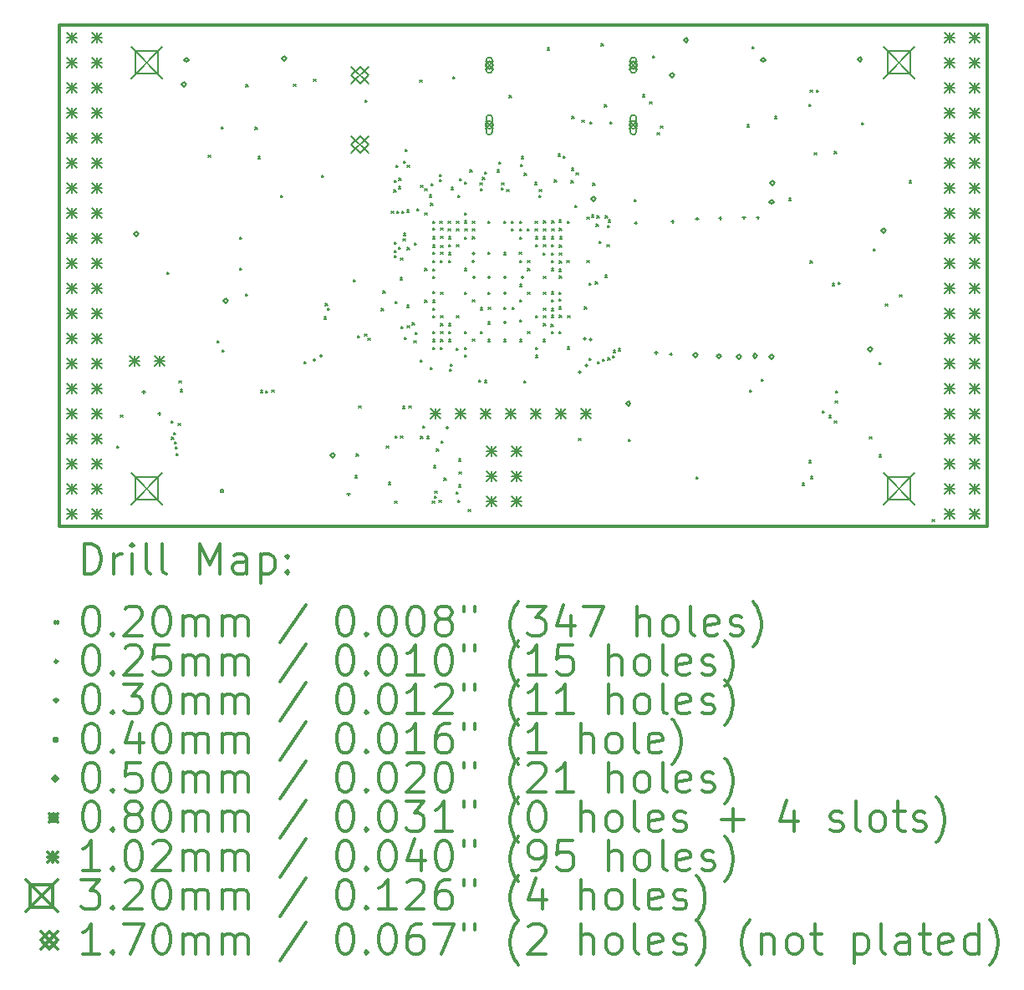
<source format=gbr>
%FSLAX45Y45*%
G04 Gerber Fmt 4.5, Leading zero omitted, Abs format (unit mm)*
G04 Created by KiCad (PCBNEW 4.0.7+dfsg1-1) date Sun Dec 17 18:43:25 2017*
%MOMM*%
%LPD*%
G01*
G04 APERTURE LIST*
%ADD10C,0.127000*%
%ADD11C,0.300000*%
%ADD12C,0.200000*%
G04 APERTURE END LIST*
D10*
D11*
X9410000Y-6142000D02*
X9410000Y-11222000D01*
X18808000Y-6142000D02*
X9410000Y-6142000D01*
X18808000Y-11222000D02*
X18808000Y-6142000D01*
X9410000Y-11222000D02*
X18808000Y-11222000D01*
D12*
X9998000Y-10410000D02*
X10018000Y-10430000D01*
X10018000Y-10410000D02*
X9998000Y-10430000D01*
X10035000Y-10094400D02*
X10055000Y-10114400D01*
X10055000Y-10094400D02*
X10035000Y-10114400D01*
X10506027Y-8651083D02*
X10526027Y-8671083D01*
X10526027Y-8651083D02*
X10506027Y-8671083D01*
X10547276Y-10156132D02*
X10567276Y-10176132D01*
X10567276Y-10156132D02*
X10547276Y-10176132D01*
X10552725Y-10321224D02*
X10572725Y-10341224D01*
X10572725Y-10321224D02*
X10552725Y-10341224D01*
X10571376Y-10271934D02*
X10591376Y-10291934D01*
X10591376Y-10271934D02*
X10571376Y-10291934D01*
X10579560Y-10366582D02*
X10599560Y-10386582D01*
X10599560Y-10366582D02*
X10579560Y-10386582D01*
X10589272Y-10418380D02*
X10609272Y-10438380D01*
X10609272Y-10418380D02*
X10589272Y-10438380D01*
X10598875Y-10487404D02*
X10618875Y-10507404D01*
X10618875Y-10487404D02*
X10598875Y-10507404D01*
X10617613Y-10179347D02*
X10637613Y-10199347D01*
X10637613Y-10179347D02*
X10617613Y-10199347D01*
X10626851Y-9749810D02*
X10646851Y-9769810D01*
X10646851Y-9749810D02*
X10626851Y-9769810D01*
X10637720Y-9838777D02*
X10657720Y-9858777D01*
X10657720Y-9838777D02*
X10637720Y-9858777D01*
X10922380Y-7460622D02*
X10942380Y-7480622D01*
X10942380Y-7460622D02*
X10922380Y-7480622D01*
X11014904Y-9343377D02*
X11034904Y-9363377D01*
X11034904Y-9343377D02*
X11014904Y-9363377D01*
X11053250Y-7177763D02*
X11073250Y-7197763D01*
X11073250Y-7177763D02*
X11053250Y-7197763D01*
X11061873Y-9435178D02*
X11081873Y-9455178D01*
X11081873Y-9435178D02*
X11061873Y-9455178D01*
X11241500Y-8291000D02*
X11261500Y-8311000D01*
X11261500Y-8291000D02*
X11241500Y-8311000D01*
X11241500Y-8608500D02*
X11261500Y-8628500D01*
X11261500Y-8608500D02*
X11241500Y-8628500D01*
X11298000Y-8870000D02*
X11318000Y-8890000D01*
X11318000Y-8870000D02*
X11298000Y-8890000D01*
X11305725Y-6746706D02*
X11325725Y-6766706D01*
X11325725Y-6746706D02*
X11305725Y-6766706D01*
X11397580Y-7180391D02*
X11417580Y-7200391D01*
X11417580Y-7180391D02*
X11397580Y-7200391D01*
X11427151Y-7475952D02*
X11447151Y-7495952D01*
X11447151Y-7475952D02*
X11427151Y-7495952D01*
X11450432Y-9847368D02*
X11470432Y-9867368D01*
X11470432Y-9847368D02*
X11450432Y-9867368D01*
X11504932Y-9852549D02*
X11524932Y-9872549D01*
X11524932Y-9852549D02*
X11504932Y-9872549D01*
X11565982Y-9840204D02*
X11585982Y-9860204D01*
X11585982Y-9840204D02*
X11565982Y-9860204D01*
X11655434Y-7867799D02*
X11675434Y-7887799D01*
X11675434Y-7867799D02*
X11655434Y-7887799D01*
X11787600Y-6741600D02*
X11807600Y-6761600D01*
X11807600Y-6741600D02*
X11787600Y-6761600D01*
X11890851Y-9556294D02*
X11910851Y-9576294D01*
X11910851Y-9556294D02*
X11890851Y-9576294D01*
X11990800Y-6690800D02*
X12010800Y-6710800D01*
X12010800Y-6690800D02*
X11990800Y-6710800D01*
X12073455Y-7667909D02*
X12093455Y-7687909D01*
X12093455Y-7667909D02*
X12073455Y-7687909D01*
X12094120Y-9102507D02*
X12114120Y-9122507D01*
X12114120Y-9102507D02*
X12094120Y-9122507D01*
X12110622Y-8966255D02*
X12130622Y-8986255D01*
X12130622Y-8966255D02*
X12110622Y-8986255D01*
X12130195Y-9015187D02*
X12150195Y-9035187D01*
X12150195Y-9015187D02*
X12130195Y-9035187D01*
X12392771Y-8724771D02*
X12412771Y-8744771D01*
X12412771Y-8724771D02*
X12392771Y-8744771D01*
X12392771Y-8724771D02*
X12412771Y-8744771D01*
X12412771Y-8724771D02*
X12392771Y-8744771D01*
X12410242Y-10710764D02*
X12430242Y-10730764D01*
X12430242Y-10710764D02*
X12410242Y-10730764D01*
X12422957Y-10489495D02*
X12442957Y-10509495D01*
X12442957Y-10489495D02*
X12422957Y-10509495D01*
X12435300Y-9294300D02*
X12455300Y-9314300D01*
X12455300Y-9294300D02*
X12435300Y-9314300D01*
X12448000Y-10005500D02*
X12468000Y-10025500D01*
X12468000Y-10005500D02*
X12448000Y-10025500D01*
X12506739Y-9274152D02*
X12526739Y-9294152D01*
X12526739Y-9274152D02*
X12506739Y-9294152D01*
X12509354Y-6905685D02*
X12529354Y-6925685D01*
X12529354Y-6905685D02*
X12509354Y-6925685D01*
X12539954Y-9315068D02*
X12559954Y-9335068D01*
X12559954Y-9315068D02*
X12539954Y-9335068D01*
X12678001Y-9017611D02*
X12698001Y-9037611D01*
X12698001Y-9017611D02*
X12678001Y-9037611D01*
X12694005Y-8838107D02*
X12714005Y-8858107D01*
X12714005Y-8838107D02*
X12694005Y-8858107D01*
X12728568Y-10410367D02*
X12748568Y-10430367D01*
X12748568Y-10410367D02*
X12728568Y-10430367D01*
X12748660Y-10777504D02*
X12768660Y-10797504D01*
X12768660Y-10777504D02*
X12748660Y-10797504D01*
X12778962Y-8030743D02*
X12798962Y-8050743D01*
X12798962Y-8030743D02*
X12778962Y-8050743D01*
X12802557Y-7813365D02*
X12822557Y-7833365D01*
X12822557Y-7813365D02*
X12802557Y-7833365D01*
X12805201Y-7715784D02*
X12825201Y-7735784D01*
X12825201Y-7715784D02*
X12805201Y-7735784D01*
X12806546Y-8342876D02*
X12826546Y-8362876D01*
X12826546Y-8342876D02*
X12806546Y-8362876D01*
X12808331Y-8428074D02*
X12828331Y-8448074D01*
X12828331Y-8428074D02*
X12808331Y-8448074D01*
X12810326Y-8480738D02*
X12830326Y-8500738D01*
X12830326Y-8480738D02*
X12810326Y-8500738D01*
X12811634Y-10966034D02*
X12831634Y-10986034D01*
X12831634Y-10966034D02*
X12811634Y-10986034D01*
X12815144Y-8946421D02*
X12835144Y-8966421D01*
X12835144Y-8946421D02*
X12815144Y-8966421D01*
X12818000Y-10310000D02*
X12838000Y-10330000D01*
X12838000Y-10310000D02*
X12818000Y-10330000D01*
X12823318Y-7566981D02*
X12843318Y-7586981D01*
X12843318Y-7566981D02*
X12823318Y-7586981D01*
X12831658Y-8029985D02*
X12851658Y-8049985D01*
X12851658Y-8029985D02*
X12831658Y-8049985D01*
X12849054Y-7779404D02*
X12869054Y-7799404D01*
X12869054Y-7779404D02*
X12849054Y-7799404D01*
X12851077Y-8397249D02*
X12871077Y-8417249D01*
X12871077Y-8397249D02*
X12851077Y-8417249D01*
X12854493Y-7695003D02*
X12874493Y-7715003D01*
X12874493Y-7695003D02*
X12854493Y-7715003D01*
X12867665Y-8703514D02*
X12887665Y-8723514D01*
X12887665Y-8703514D02*
X12867665Y-8723514D01*
X12870682Y-10308590D02*
X12890682Y-10328590D01*
X12890682Y-10308590D02*
X12870682Y-10328590D01*
X12872311Y-8505356D02*
X12892311Y-8525356D01*
X12892311Y-8505356D02*
X12872311Y-8525356D01*
X12877965Y-9201104D02*
X12897965Y-9221104D01*
X12897965Y-9201104D02*
X12877965Y-9221104D01*
X12884359Y-8029973D02*
X12904359Y-8049973D01*
X12904359Y-8029973D02*
X12884359Y-8049973D01*
X12890520Y-10007480D02*
X12910520Y-10027480D01*
X12910520Y-10007480D02*
X12890520Y-10027480D01*
X12895438Y-8307924D02*
X12915438Y-8327924D01*
X12915438Y-8307924D02*
X12895438Y-8327924D01*
X12900909Y-8255507D02*
X12920909Y-8275507D01*
X12920909Y-8255507D02*
X12900909Y-8275507D01*
X12902508Y-7521580D02*
X12922508Y-7541580D01*
X12922508Y-7521580D02*
X12902508Y-7541580D01*
X12909665Y-9310913D02*
X12929665Y-9330913D01*
X12929665Y-9310913D02*
X12909665Y-9330913D01*
X12915222Y-7404246D02*
X12935222Y-7424246D01*
X12935222Y-7404246D02*
X12915222Y-7424246D01*
X12934924Y-8982695D02*
X12954924Y-9002695D01*
X12954924Y-8982695D02*
X12934924Y-9002695D01*
X12935799Y-8018511D02*
X12955799Y-8038511D01*
X12955799Y-8018511D02*
X12935799Y-8038511D01*
X12937785Y-9190082D02*
X12957785Y-9210082D01*
X12957785Y-9190082D02*
X12937785Y-9210082D01*
X12938767Y-8397993D02*
X12958767Y-8417993D01*
X12958767Y-8397993D02*
X12938767Y-8417993D01*
X12939334Y-7563781D02*
X12959334Y-7583781D01*
X12959334Y-7563781D02*
X12939334Y-7583781D01*
X12956000Y-10005500D02*
X12976000Y-10025500D01*
X12976000Y-10005500D02*
X12956000Y-10025500D01*
X12988816Y-9162200D02*
X13008816Y-9182200D01*
X13008816Y-9162200D02*
X12988816Y-9182200D01*
X13007140Y-9344434D02*
X13027140Y-9364434D01*
X13027140Y-9344434D02*
X13007140Y-9364434D01*
X13010463Y-8349948D02*
X13030463Y-8369948D01*
X13030463Y-8349948D02*
X13010463Y-8369948D01*
X13020226Y-9260033D02*
X13040226Y-9280033D01*
X13040226Y-9260033D02*
X13020226Y-9280033D01*
X13038990Y-8006723D02*
X13058990Y-8026723D01*
X13058990Y-8006723D02*
X13038990Y-8026723D01*
X13066199Y-6701962D02*
X13086199Y-6721962D01*
X13086199Y-6701962D02*
X13066199Y-6721962D01*
X13070707Y-9535414D02*
X13090707Y-9555414D01*
X13090707Y-9535414D02*
X13070707Y-9555414D01*
X13073949Y-10310829D02*
X13093949Y-10330829D01*
X13093949Y-10310829D02*
X13073949Y-10330829D01*
X13075683Y-7768682D02*
X13095683Y-7788682D01*
X13095683Y-7768682D02*
X13075683Y-7788682D01*
X13093907Y-10208700D02*
X13113907Y-10228700D01*
X13113907Y-10208700D02*
X13093907Y-10228700D01*
X13115313Y-7803422D02*
X13135313Y-7823422D01*
X13135313Y-7803422D02*
X13115313Y-7823422D01*
X13117530Y-8049575D02*
X13137530Y-8069575D01*
X13137530Y-8049575D02*
X13117530Y-8069575D01*
X13117831Y-8611310D02*
X13137831Y-8631310D01*
X13137831Y-8611310D02*
X13117831Y-8631310D01*
X13117950Y-8930733D02*
X13137950Y-8950733D01*
X13137950Y-8930733D02*
X13117950Y-8950733D01*
X13135385Y-10310829D02*
X13155385Y-10330829D01*
X13155385Y-10310829D02*
X13135385Y-10330829D01*
X13160933Y-7864587D02*
X13180933Y-7884587D01*
X13180933Y-7864587D02*
X13160933Y-7884587D01*
X13170890Y-9612737D02*
X13190890Y-9632737D01*
X13190890Y-9612737D02*
X13170890Y-9632737D01*
X13174731Y-7948989D02*
X13194731Y-7968989D01*
X13194731Y-7948989D02*
X13174731Y-7968989D01*
X13182329Y-7748485D02*
X13202329Y-7768485D01*
X13202329Y-7748485D02*
X13182329Y-7768485D01*
X13192441Y-10966678D02*
X13212441Y-10986678D01*
X13212441Y-10966678D02*
X13192441Y-10986678D01*
X13196210Y-8443398D02*
X13216210Y-8463398D01*
X13216210Y-8443398D02*
X13196210Y-8463398D01*
X13197298Y-8527799D02*
X13217298Y-8547799D01*
X13217298Y-8527799D02*
X13197298Y-8547799D01*
X13197562Y-8931064D02*
X13217562Y-8951064D01*
X13217562Y-8931064D02*
X13197562Y-8951064D01*
X13197765Y-9087799D02*
X13217765Y-9107799D01*
X13217765Y-9087799D02*
X13197765Y-9107799D01*
X13197902Y-8288404D02*
X13217902Y-8308404D01*
X13217902Y-8288404D02*
X13197902Y-8308404D01*
X13198000Y-8130000D02*
X13218000Y-8150000D01*
X13218000Y-8130000D02*
X13198000Y-8150000D01*
X13198000Y-8690000D02*
X13218000Y-8710000D01*
X13218000Y-8690000D02*
X13198000Y-8710000D01*
X13198000Y-9250000D02*
X13218000Y-9270000D01*
X13218000Y-9250000D02*
X13198000Y-9270000D01*
X13198000Y-9330000D02*
X13218000Y-9350000D01*
X13218000Y-9330000D02*
X13198000Y-9350000D01*
X13198000Y-9410000D02*
X13218000Y-9430000D01*
X13218000Y-9410000D02*
X13198000Y-9430000D01*
X13198001Y-8200333D02*
X13218001Y-8220333D01*
X13218001Y-8200333D02*
X13198001Y-8220333D01*
X13198296Y-9011078D02*
X13218296Y-9031078D01*
X13218296Y-9011078D02*
X13198296Y-9031078D01*
X13198303Y-8616041D02*
X13218303Y-8636041D01*
X13218303Y-8616041D02*
X13198303Y-8636041D01*
X13198368Y-8372806D02*
X13218368Y-8392806D01*
X13218368Y-8372806D02*
X13198368Y-8392806D01*
X13198405Y-8845827D02*
X13218405Y-8865827D01*
X13218405Y-8845827D02*
X13198405Y-8865827D01*
X13206286Y-10608587D02*
X13226286Y-10628587D01*
X13226286Y-10608587D02*
X13206286Y-10628587D01*
X13211973Y-10917729D02*
X13231973Y-10937729D01*
X13231973Y-10917729D02*
X13211973Y-10937729D01*
X13218587Y-10865445D02*
X13238587Y-10885445D01*
X13238587Y-10865445D02*
X13218587Y-10885445D01*
X13236800Y-10440341D02*
X13256800Y-10460341D01*
X13256800Y-10440341D02*
X13236800Y-10460341D01*
X13260800Y-10958000D02*
X13280800Y-10978000D01*
X13280800Y-10958000D02*
X13260800Y-10978000D01*
X13263724Y-7657621D02*
X13283724Y-7677621D01*
X13283724Y-7657621D02*
X13263724Y-7677621D01*
X13266117Y-7710267D02*
X13286117Y-7730267D01*
X13286117Y-7710267D02*
X13266117Y-7730267D01*
X13268334Y-8130000D02*
X13288334Y-8150000D01*
X13288334Y-8130000D02*
X13268334Y-8150000D01*
X13273464Y-8527799D02*
X13293464Y-8547799D01*
X13293464Y-8527799D02*
X13273464Y-8547799D01*
X13274623Y-9409707D02*
X13294623Y-9429707D01*
X13294623Y-9409707D02*
X13274623Y-9429707D01*
X13276300Y-8202454D02*
X13296300Y-8222454D01*
X13296300Y-8202454D02*
X13276300Y-8222454D01*
X13277177Y-8443398D02*
X13297177Y-8463398D01*
X13297177Y-8443398D02*
X13277177Y-8463398D01*
X13277261Y-8286855D02*
X13297261Y-8306855D01*
X13297261Y-8286855D02*
X13277261Y-8306855D01*
X13278000Y-8850000D02*
X13298000Y-8870000D01*
X13298000Y-8850000D02*
X13278000Y-8870000D01*
X13278000Y-9090000D02*
X13298000Y-9110000D01*
X13298000Y-9090000D02*
X13278000Y-9110000D01*
X13278000Y-9170000D02*
X13298000Y-9190000D01*
X13298000Y-9170000D02*
X13278000Y-9190000D01*
X13278000Y-9250000D02*
X13298000Y-9270000D01*
X13298000Y-9250000D02*
X13278000Y-9270000D01*
X13278000Y-9330000D02*
X13298000Y-9350000D01*
X13298000Y-9330000D02*
X13278000Y-9350000D01*
X13278089Y-8379783D02*
X13298089Y-8399784D01*
X13298089Y-8379783D02*
X13278089Y-8399784D01*
X13283696Y-10361100D02*
X13303696Y-10381100D01*
X13303696Y-10361100D02*
X13283696Y-10381100D01*
X13311600Y-10736500D02*
X13331600Y-10756500D01*
X13331600Y-10736500D02*
X13311600Y-10756500D01*
X13352736Y-8131468D02*
X13372736Y-8151468D01*
X13372736Y-8131468D02*
X13352736Y-8151468D01*
X13354839Y-8209060D02*
X13374839Y-8229060D01*
X13374839Y-8209060D02*
X13354839Y-8229060D01*
X13357194Y-8449520D02*
X13377194Y-8469520D01*
X13377194Y-8449520D02*
X13357194Y-8469520D01*
X13358000Y-8290000D02*
X13378000Y-8310000D01*
X13378000Y-8290000D02*
X13358000Y-8310000D01*
X13358000Y-8370000D02*
X13378000Y-8390000D01*
X13378000Y-8370000D02*
X13358000Y-8390000D01*
X13358000Y-8530000D02*
X13378000Y-8550000D01*
X13378000Y-8530000D02*
X13358000Y-8550000D01*
X13358000Y-9170000D02*
X13378000Y-9190000D01*
X13378000Y-9170000D02*
X13358000Y-9190000D01*
X13358000Y-9250000D02*
X13378000Y-9270000D01*
X13378000Y-9250000D02*
X13358000Y-9270000D01*
X13358548Y-9330230D02*
X13378548Y-9350230D01*
X13378548Y-9330230D02*
X13358548Y-9350230D01*
X13366285Y-9629515D02*
X13386285Y-9649515D01*
X13386285Y-9629515D02*
X13366285Y-9649515D01*
X13375239Y-9577580D02*
X13395239Y-9597580D01*
X13395239Y-9577580D02*
X13375239Y-9597580D01*
X13384238Y-7788077D02*
X13404238Y-7808077D01*
X13404238Y-7788077D02*
X13384238Y-7808077D01*
X13397916Y-6668615D02*
X13417916Y-6688615D01*
X13417916Y-6668615D02*
X13397916Y-6688615D01*
X13435582Y-9416717D02*
X13455582Y-9436717D01*
X13455582Y-9416717D02*
X13435582Y-9436717D01*
X13436400Y-10874197D02*
X13456400Y-10894197D01*
X13456400Y-10874197D02*
X13436400Y-10894197D01*
X13437137Y-8130675D02*
X13457137Y-8150675D01*
X13457137Y-8130675D02*
X13437137Y-8150675D01*
X13437651Y-8208015D02*
X13457651Y-8228015D01*
X13457651Y-8208015D02*
X13437651Y-8228015D01*
X13438000Y-8370000D02*
X13458000Y-8390000D01*
X13458000Y-8370000D02*
X13438000Y-8390000D01*
X13438000Y-9090000D02*
X13458000Y-9110000D01*
X13458000Y-9090000D02*
X13438000Y-9110000D01*
X13451300Y-7871900D02*
X13471300Y-7891900D01*
X13471300Y-7871900D02*
X13451300Y-7891900D01*
X13453687Y-10961995D02*
X13473687Y-10981995D01*
X13473687Y-10961995D02*
X13453687Y-10981995D01*
X13457587Y-10803159D02*
X13477587Y-10823159D01*
X13477587Y-10803159D02*
X13457587Y-10823159D01*
X13460735Y-10540845D02*
X13480735Y-10560845D01*
X13480735Y-10540845D02*
X13460735Y-10560845D01*
X13465065Y-10671051D02*
X13485065Y-10691051D01*
X13485065Y-10671051D02*
X13465065Y-10691051D01*
X13465805Y-7703014D02*
X13485805Y-7723014D01*
X13485805Y-7703014D02*
X13465805Y-7723014D01*
X13517331Y-8851860D02*
X13537331Y-8871860D01*
X13537331Y-8851860D02*
X13517331Y-8871860D01*
X13518000Y-8292201D02*
X13538000Y-8312201D01*
X13538000Y-8292201D02*
X13518000Y-8312201D01*
X13518000Y-8610000D02*
X13538000Y-8630000D01*
X13538000Y-8610000D02*
X13518000Y-8630000D01*
X13518000Y-9250000D02*
X13538000Y-9270000D01*
X13538000Y-9250000D02*
X13518000Y-9270000D01*
X13518006Y-7736330D02*
X13538006Y-7756330D01*
X13538006Y-7736330D02*
X13518006Y-7756330D01*
X13518128Y-8048312D02*
X13538128Y-8068312D01*
X13538128Y-8048312D02*
X13518128Y-8068312D01*
X13518463Y-9488530D02*
X13538463Y-9508530D01*
X13538463Y-9488530D02*
X13518463Y-9508530D01*
X13518862Y-9412562D02*
X13538862Y-9432562D01*
X13538862Y-9412562D02*
X13518862Y-9432562D01*
X13521538Y-8129192D02*
X13541538Y-8149192D01*
X13541538Y-8129192D02*
X13521538Y-8149192D01*
X13522052Y-8209644D02*
X13542052Y-8229644D01*
X13542052Y-8209644D02*
X13522052Y-8229644D01*
X13555656Y-11051071D02*
X13575656Y-11071071D01*
X13575656Y-11051071D02*
X13555656Y-11071071D01*
X13573070Y-7610061D02*
X13593070Y-7630061D01*
X13593070Y-7610061D02*
X13573070Y-7630061D01*
X13598000Y-8210000D02*
X13618000Y-8230000D01*
X13618000Y-8210000D02*
X13598000Y-8230000D01*
X13598000Y-8290000D02*
X13618000Y-8310000D01*
X13618000Y-8290000D02*
X13598000Y-8310000D01*
X13598517Y-8929483D02*
X13618517Y-8949483D01*
X13618517Y-8929483D02*
X13598517Y-8949483D01*
X13599596Y-9326965D02*
X13619596Y-9346965D01*
X13619596Y-9326965D02*
X13599596Y-9346965D01*
X13599639Y-8129507D02*
X13619639Y-8149507D01*
X13619639Y-8129507D02*
X13599639Y-8149507D01*
X13664090Y-9741450D02*
X13684090Y-9761450D01*
X13684090Y-9741450D02*
X13664090Y-9761450D01*
X13675954Y-7745082D02*
X13695954Y-7765082D01*
X13695954Y-7745082D02*
X13675954Y-7765082D01*
X13678000Y-9250000D02*
X13698000Y-9270000D01*
X13698000Y-9250000D02*
X13678000Y-9270000D01*
X13678517Y-9009483D02*
X13698517Y-9029483D01*
X13698517Y-9009483D02*
X13678517Y-9029483D01*
X13682206Y-7799789D02*
X13702206Y-7819789D01*
X13702206Y-7799789D02*
X13682206Y-7819789D01*
X13700695Y-7687992D02*
X13720695Y-7707992D01*
X13720695Y-7687992D02*
X13700695Y-7707992D01*
X13719559Y-9743802D02*
X13739559Y-9763802D01*
X13739559Y-9743802D02*
X13719559Y-9763802D01*
X13720873Y-7631502D02*
X13740873Y-7651502D01*
X13740873Y-7631502D02*
X13720873Y-7651502D01*
X13755905Y-9153803D02*
X13775905Y-9173803D01*
X13775905Y-9153803D02*
X13755905Y-9173803D01*
X13758000Y-8130000D02*
X13778000Y-8150000D01*
X13778000Y-8130000D02*
X13758000Y-8150000D01*
X13758000Y-8850000D02*
X13778000Y-8870000D01*
X13778000Y-8850000D02*
X13758000Y-8870000D01*
X13758000Y-9330000D02*
X13778000Y-9350000D01*
X13778000Y-9330000D02*
X13758000Y-9350000D01*
X13758056Y-8443409D02*
X13778056Y-8463409D01*
X13778056Y-8443409D02*
X13758056Y-8463409D01*
X13758900Y-9002299D02*
X13778900Y-9022299D01*
X13778900Y-9002299D02*
X13758900Y-9022299D01*
X13848000Y-7610000D02*
X13868000Y-7630000D01*
X13868000Y-7610000D02*
X13848000Y-7630000D01*
X13867920Y-7530076D02*
X13887920Y-7550076D01*
X13887920Y-7530076D02*
X13867920Y-7550076D01*
X13893411Y-7794095D02*
X13913411Y-7814095D01*
X13913411Y-7794095D02*
X13893411Y-7814095D01*
X13894675Y-7741409D02*
X13914675Y-7761409D01*
X13914675Y-7741409D02*
X13894675Y-7761409D01*
X13917252Y-8451135D02*
X13937252Y-8471135D01*
X13937252Y-8451135D02*
X13917252Y-8471135D01*
X13918000Y-8130000D02*
X13938000Y-8150000D01*
X13938000Y-8130000D02*
X13918000Y-8150000D01*
X13918000Y-9002299D02*
X13938000Y-9022299D01*
X13938000Y-9002299D02*
X13918000Y-9022299D01*
X13918000Y-9330000D02*
X13938000Y-9350000D01*
X13938000Y-9330000D02*
X13918000Y-9350000D01*
X13947862Y-7810586D02*
X13967862Y-7830586D01*
X13967862Y-7810586D02*
X13947862Y-7830586D01*
X13972000Y-6856567D02*
X13992000Y-6876567D01*
X13992000Y-6856567D02*
X13972000Y-6876567D01*
X13993095Y-8210000D02*
X14013095Y-8230000D01*
X14013095Y-8210000D02*
X13993095Y-8230000D01*
X13993599Y-8130000D02*
X14013599Y-8150000D01*
X14013599Y-8130000D02*
X13993599Y-8150000D01*
X13999489Y-9002299D02*
X14019489Y-9022299D01*
X14019489Y-9002299D02*
X13999489Y-9022299D01*
X14073600Y-8443400D02*
X14093600Y-8463400D01*
X14093600Y-8443400D02*
X14073600Y-8463400D01*
X14076403Y-8294140D02*
X14096403Y-8314140D01*
X14096403Y-8294140D02*
X14076403Y-8314140D01*
X14077419Y-9133335D02*
X14097419Y-9153335D01*
X14097419Y-9133335D02*
X14077419Y-9153335D01*
X14077497Y-8207716D02*
X14097497Y-8227716D01*
X14097497Y-8207716D02*
X14077497Y-8227716D01*
X14078000Y-8130000D02*
X14098000Y-8150000D01*
X14098000Y-8130000D02*
X14078000Y-8150000D01*
X14078000Y-8530000D02*
X14098000Y-8550000D01*
X14098000Y-8530000D02*
X14078000Y-8550000D01*
X14078000Y-8770000D02*
X14098000Y-8790000D01*
X14098000Y-8770000D02*
X14078000Y-8790000D01*
X14078000Y-8930000D02*
X14098000Y-8950000D01*
X14098000Y-8930000D02*
X14078000Y-8950000D01*
X14078000Y-9330000D02*
X14098000Y-9350000D01*
X14098000Y-9330000D02*
X14078000Y-9350000D01*
X14088006Y-7558194D02*
X14108006Y-7578194D01*
X14108006Y-7558194D02*
X14088006Y-7578194D01*
X14094664Y-7477380D02*
X14114664Y-7497380D01*
X14114664Y-7477380D02*
X14094664Y-7497380D01*
X14118000Y-9750000D02*
X14138000Y-9770000D01*
X14138000Y-9750000D02*
X14118000Y-9770000D01*
X14124297Y-7645500D02*
X14144297Y-7665500D01*
X14144297Y-7645500D02*
X14124297Y-7665500D01*
X14156269Y-8210778D02*
X14176269Y-8230778D01*
X14176269Y-8210778D02*
X14156269Y-8230778D01*
X14158000Y-8530000D02*
X14178000Y-8550000D01*
X14178000Y-8530000D02*
X14158000Y-8550000D01*
X14158000Y-8610000D02*
X14178000Y-8630000D01*
X14178000Y-8610000D02*
X14158000Y-8630000D01*
X14158000Y-8850000D02*
X14178000Y-8870000D01*
X14178000Y-8850000D02*
X14158000Y-8870000D01*
X14158000Y-9250000D02*
X14178000Y-9270000D01*
X14178000Y-9250000D02*
X14158000Y-9270000D01*
X14227745Y-7739745D02*
X14247745Y-7759745D01*
X14247745Y-7739745D02*
X14227745Y-7759745D01*
X14233746Y-8208147D02*
X14253746Y-8228147D01*
X14253746Y-8208147D02*
X14233746Y-8228147D01*
X14235691Y-8130580D02*
X14255691Y-8150580D01*
X14255691Y-8130580D02*
X14235691Y-8150580D01*
X14237355Y-8289891D02*
X14257355Y-8309891D01*
X14257355Y-8289891D02*
X14237355Y-8309891D01*
X14238000Y-8370000D02*
X14258000Y-8390000D01*
X14258000Y-8370000D02*
X14238000Y-8390000D01*
X14238000Y-9090000D02*
X14258000Y-9110000D01*
X14258000Y-9090000D02*
X14238000Y-9110000D01*
X14238000Y-9410000D02*
X14258000Y-9430000D01*
X14258000Y-9410000D02*
X14238000Y-9430000D01*
X14238000Y-9490000D02*
X14258000Y-9510000D01*
X14258000Y-9490000D02*
X14238000Y-9510000D01*
X14274121Y-7868425D02*
X14294121Y-7888425D01*
X14294121Y-7868425D02*
X14274121Y-7888425D01*
X14276427Y-7811737D02*
X14296427Y-7831737D01*
X14296427Y-7811737D02*
X14276427Y-7831737D01*
X14315799Y-8290000D02*
X14335799Y-8310000D01*
X14335799Y-8290000D02*
X14315799Y-8310000D01*
X14316000Y-8452000D02*
X14336000Y-8472000D01*
X14336000Y-8452000D02*
X14316000Y-8472000D01*
X14316969Y-9331491D02*
X14336969Y-9351491D01*
X14336969Y-9331491D02*
X14316969Y-9351491D01*
X14317803Y-8849503D02*
X14337803Y-8869503D01*
X14337803Y-8849503D02*
X14317803Y-8869503D01*
X14318000Y-8370000D02*
X14338000Y-8390000D01*
X14338000Y-8370000D02*
X14318000Y-8390000D01*
X14318000Y-8690000D02*
X14338000Y-8710000D01*
X14338000Y-8690000D02*
X14318000Y-8710000D01*
X14318000Y-9090000D02*
X14338000Y-9110000D01*
X14338000Y-9090000D02*
X14318000Y-9110000D01*
X14318000Y-9170000D02*
X14338000Y-9190000D01*
X14338000Y-9170000D02*
X14318000Y-9190000D01*
X14318147Y-8210607D02*
X14338147Y-8230607D01*
X14338147Y-8210607D02*
X14318147Y-8230607D01*
X14318182Y-9010195D02*
X14338182Y-9030195D01*
X14338182Y-9010195D02*
X14318182Y-9030195D01*
X14320092Y-8127729D02*
X14340092Y-8147729D01*
X14340092Y-8127729D02*
X14320092Y-8147729D01*
X14355067Y-6376252D02*
X14375067Y-6396252D01*
X14375067Y-6376252D02*
X14355067Y-6396252D01*
X14396483Y-9177765D02*
X14416483Y-9197765D01*
X14416483Y-9177765D02*
X14396483Y-9197765D01*
X14397624Y-8929530D02*
X14417624Y-8949530D01*
X14417624Y-8929530D02*
X14397624Y-8949530D01*
X14397701Y-9016697D02*
X14417701Y-9036697D01*
X14417701Y-9016697D02*
X14397701Y-9036697D01*
X14398000Y-8610000D02*
X14418000Y-8630000D01*
X14418000Y-8610000D02*
X14398000Y-8630000D01*
X14398000Y-9085650D02*
X14418000Y-9105650D01*
X14418000Y-9085650D02*
X14398000Y-9105650D01*
X14398283Y-8848451D02*
X14418283Y-8868451D01*
X14418283Y-8848451D02*
X14398283Y-8868451D01*
X14400201Y-8290000D02*
X14420201Y-8310000D01*
X14420201Y-8290000D02*
X14400201Y-8310000D01*
X14400201Y-8529722D02*
X14420201Y-8549722D01*
X14420201Y-8529722D02*
X14400201Y-8549722D01*
X14400319Y-8367799D02*
X14420319Y-8387799D01*
X14420319Y-8367799D02*
X14400319Y-8387799D01*
X14400350Y-8456040D02*
X14420350Y-8476040D01*
X14420350Y-8456040D02*
X14400350Y-8476040D01*
X14401325Y-9248876D02*
X14421325Y-9268876D01*
X14421325Y-9248876D02*
X14401325Y-9268876D01*
X14402549Y-8208647D02*
X14422549Y-8228647D01*
X14422549Y-8208647D02*
X14402549Y-8228647D01*
X14404493Y-8128708D02*
X14424493Y-8148708D01*
X14424493Y-8128708D02*
X14404493Y-8148708D01*
X14429487Y-7711993D02*
X14449487Y-7731993D01*
X14449487Y-7711993D02*
X14429487Y-7731993D01*
X14468000Y-7449038D02*
X14488000Y-7469038D01*
X14488000Y-7449038D02*
X14468000Y-7469038D01*
X14475581Y-8916848D02*
X14495581Y-8936848D01*
X14495581Y-8916848D02*
X14475581Y-8936848D01*
X14476724Y-9001248D02*
X14496724Y-9021248D01*
X14496724Y-9001248D02*
X14476724Y-9021248D01*
X14477515Y-8619275D02*
X14497515Y-8639275D01*
X14497515Y-8619275D02*
X14477515Y-8639275D01*
X14477765Y-8852201D02*
X14497765Y-8872201D01*
X14497765Y-8852201D02*
X14477765Y-8872201D01*
X14478001Y-8120333D02*
X14498001Y-8140333D01*
X14498001Y-8120333D02*
X14478001Y-8140333D01*
X14478235Y-9247799D02*
X14498235Y-9267799D01*
X14498235Y-9247799D02*
X14478235Y-9267799D01*
X14478812Y-8204734D02*
X14498812Y-8224734D01*
X14498812Y-8204734D02*
X14478812Y-8224734D01*
X14478935Y-8534874D02*
X14498935Y-8554874D01*
X14498935Y-8534874D02*
X14478935Y-8554874D01*
X14479432Y-8687756D02*
X14499432Y-8707756D01*
X14499432Y-8687756D02*
X14479432Y-8707756D01*
X14479670Y-8373537D02*
X14499670Y-8393537D01*
X14499670Y-8373537D02*
X14479670Y-8393537D01*
X14480294Y-9085650D02*
X14500294Y-9105650D01*
X14500294Y-9085650D02*
X14480294Y-9105650D01*
X14481241Y-8453582D02*
X14501241Y-8473582D01*
X14501241Y-8453582D02*
X14481241Y-8473582D01*
X14481689Y-8289136D02*
X14501689Y-8309136D01*
X14501689Y-8289136D02*
X14481689Y-8309136D01*
X14515569Y-7471722D02*
X14535569Y-7491722D01*
X14535569Y-7471722D02*
X14515569Y-7491722D01*
X14557281Y-8529606D02*
X14577281Y-8549606D01*
X14577281Y-8529606D02*
X14557281Y-8549606D01*
X14558000Y-8130512D02*
X14578000Y-8150512D01*
X14578000Y-8130512D02*
X14558000Y-8150512D01*
X14559124Y-9406675D02*
X14579124Y-9426675D01*
X14579124Y-9406675D02*
X14559124Y-9426675D01*
X14565987Y-9091018D02*
X14585987Y-9111018D01*
X14585987Y-9091018D02*
X14565987Y-9111018D01*
X14598908Y-7720057D02*
X14618908Y-7740057D01*
X14618908Y-7720057D02*
X14598908Y-7740057D01*
X14603080Y-7596013D02*
X14623080Y-7616013D01*
X14623080Y-7596013D02*
X14603080Y-7616013D01*
X14608000Y-7070000D02*
X14628000Y-7090000D01*
X14628000Y-7070000D02*
X14608000Y-7090000D01*
X14638141Y-7971938D02*
X14658141Y-7991938D01*
X14658141Y-7971938D02*
X14638141Y-7991938D01*
X14647773Y-7640082D02*
X14667773Y-7660082D01*
X14667773Y-7640082D02*
X14647773Y-7660082D01*
X14674429Y-10335274D02*
X14694429Y-10355274D01*
X14694429Y-10335274D02*
X14674429Y-10355274D01*
X14708600Y-7110000D02*
X14728600Y-7130000D01*
X14728600Y-7110000D02*
X14708600Y-7130000D01*
X14733095Y-9001248D02*
X14753095Y-9021248D01*
X14753095Y-9001248D02*
X14733095Y-9021248D01*
X14758739Y-8527409D02*
X14778739Y-8547409D01*
X14778739Y-8527409D02*
X14758739Y-8547409D01*
X14758831Y-8088311D02*
X14778831Y-8108311D01*
X14778831Y-8088311D02*
X14758831Y-8108311D01*
X14781079Y-8758342D02*
X14801079Y-8778342D01*
X14801079Y-8758342D02*
X14781079Y-8778342D01*
X14782793Y-9522924D02*
X14802793Y-9542924D01*
X14802793Y-9522924D02*
X14782793Y-9542924D01*
X14788315Y-7124708D02*
X14808315Y-7144708D01*
X14808315Y-7124708D02*
X14788315Y-7144708D01*
X14807525Y-8068155D02*
X14827525Y-8088155D01*
X14827525Y-8068155D02*
X14807525Y-8088155D01*
X14817193Y-7745807D02*
X14837193Y-7765807D01*
X14837193Y-7745807D02*
X14817193Y-7765807D01*
X14844066Y-8744722D02*
X14864066Y-8764722D01*
X14864066Y-8744722D02*
X14844066Y-8764722D01*
X14851066Y-8160586D02*
X14871066Y-8180586D01*
X14871066Y-8160586D02*
X14851066Y-8180586D01*
X14859611Y-8076185D02*
X14879611Y-8096185D01*
X14879611Y-8076185D02*
X14859611Y-8096185D01*
X14864798Y-9556963D02*
X14884798Y-9576963D01*
X14884798Y-9556963D02*
X14864798Y-9576963D01*
X14882151Y-8334201D02*
X14902151Y-8354201D01*
X14902151Y-8334201D02*
X14882151Y-8354201D01*
X14903412Y-6332405D02*
X14923412Y-6352405D01*
X14923412Y-6332405D02*
X14903412Y-6352405D01*
X14918439Y-9527799D02*
X14938439Y-9547799D01*
X14938439Y-9527799D02*
X14918439Y-9547799D01*
X14937595Y-6951968D02*
X14957595Y-6971968D01*
X14957595Y-6951968D02*
X14937595Y-6971968D01*
X14943392Y-8677078D02*
X14963392Y-8697078D01*
X14963392Y-8677078D02*
X14943392Y-8697078D01*
X14944975Y-8076843D02*
X14964975Y-8096843D01*
X14964975Y-8076843D02*
X14944975Y-8096843D01*
X14963249Y-8370769D02*
X14983249Y-8390769D01*
X14983249Y-8370769D02*
X14963249Y-8390769D01*
X14967169Y-8172566D02*
X14987169Y-8192566D01*
X14987169Y-8172566D02*
X14967169Y-8192566D01*
X14969589Y-9515108D02*
X14989589Y-9535108D01*
X14989589Y-9515108D02*
X14969589Y-9535108D01*
X14974647Y-8120398D02*
X14994647Y-8140398D01*
X14994647Y-8120398D02*
X14974647Y-8140398D01*
X14993085Y-7123185D02*
X15013085Y-7143185D01*
X15013085Y-7123185D02*
X14993085Y-7143185D01*
X15017890Y-9494025D02*
X15037890Y-9514025D01*
X15037890Y-9494025D02*
X15017890Y-9514025D01*
X15024597Y-9441753D02*
X15044597Y-9461753D01*
X15044597Y-9441753D02*
X15024597Y-9461753D01*
X15078921Y-9423257D02*
X15098921Y-9443257D01*
X15098921Y-9423257D02*
X15078921Y-9443257D01*
X15179638Y-10341072D02*
X15199638Y-10361072D01*
X15199638Y-10341072D02*
X15179638Y-10361072D01*
X15239707Y-7909347D02*
X15259707Y-7929347D01*
X15259707Y-7909347D02*
X15239707Y-7929347D01*
X15319711Y-6850829D02*
X15339711Y-6870829D01*
X15339711Y-6850829D02*
X15319711Y-6870829D01*
X15395230Y-6920230D02*
X15415230Y-6940230D01*
X15415230Y-6920230D02*
X15395230Y-6940230D01*
X15422933Y-6454377D02*
X15442933Y-6474377D01*
X15442933Y-6454377D02*
X15422933Y-6474377D01*
X15469400Y-7232600D02*
X15489400Y-7252600D01*
X15489400Y-7232600D02*
X15469400Y-7252600D01*
X15504936Y-7166453D02*
X15524936Y-7186453D01*
X15524936Y-7166453D02*
X15504936Y-7186453D01*
X15861665Y-10722518D02*
X15881665Y-10742518D01*
X15881665Y-10722518D02*
X15861665Y-10742518D01*
X16380885Y-7155186D02*
X16400885Y-7175186D01*
X16400885Y-7155186D02*
X16380885Y-7175186D01*
X16404456Y-9841173D02*
X16424456Y-9861173D01*
X16424456Y-9841173D02*
X16404456Y-9861173D01*
X16433388Y-6363745D02*
X16453388Y-6383745D01*
X16453388Y-6363745D02*
X16433388Y-6383745D01*
X16524921Y-9732292D02*
X16544921Y-9752292D01*
X16544921Y-9732292D02*
X16524921Y-9752292D01*
X16657891Y-7070355D02*
X16677891Y-7090355D01*
X16677891Y-7070355D02*
X16657891Y-7090355D01*
X16806644Y-7900804D02*
X16826644Y-7920804D01*
X16826644Y-7900804D02*
X16806644Y-7920804D01*
X16940659Y-10785373D02*
X16960659Y-10805373D01*
X16960659Y-10785373D02*
X16940659Y-10805373D01*
X17005773Y-10556635D02*
X17025773Y-10576635D01*
X17025773Y-10556635D02*
X17005773Y-10576635D01*
X17008296Y-6947101D02*
X17028296Y-6967101D01*
X17028296Y-6947101D02*
X17008296Y-6967101D01*
X17020000Y-6805100D02*
X17040000Y-6825100D01*
X17040000Y-6805100D02*
X17020000Y-6825100D01*
X17020954Y-8534153D02*
X17040954Y-8554153D01*
X17040954Y-8534153D02*
X17020954Y-8554153D01*
X17026290Y-10718620D02*
X17046290Y-10738620D01*
X17046290Y-10718620D02*
X17026290Y-10738620D01*
X17063590Y-7436498D02*
X17083590Y-7456498D01*
X17083590Y-7436498D02*
X17063590Y-7456498D01*
X17085000Y-6802556D02*
X17105000Y-6822556D01*
X17105000Y-6802556D02*
X17085000Y-6822556D01*
X17144030Y-10054574D02*
X17164030Y-10074574D01*
X17164030Y-10054574D02*
X17144030Y-10074574D01*
X17209336Y-10100566D02*
X17229336Y-10120566D01*
X17229336Y-10100566D02*
X17209336Y-10120566D01*
X17246454Y-8762201D02*
X17266454Y-8782201D01*
X17266454Y-8762201D02*
X17246454Y-8782201D01*
X17264664Y-7424799D02*
X17284664Y-7444799D01*
X17284664Y-7424799D02*
X17264664Y-7444799D01*
X17266127Y-10155168D02*
X17286127Y-10175168D01*
X17286127Y-10155168D02*
X17266127Y-10175168D01*
X17273463Y-9949992D02*
X17293463Y-9969992D01*
X17293463Y-9949992D02*
X17273463Y-9969992D01*
X17277992Y-9851865D02*
X17297992Y-9871865D01*
X17297992Y-9851865D02*
X17277992Y-9871865D01*
X17303795Y-8749428D02*
X17323795Y-8769428D01*
X17323795Y-8749428D02*
X17303795Y-8769428D01*
X17539563Y-7135743D02*
X17559563Y-7155743D01*
X17559563Y-7135743D02*
X17539563Y-7155743D01*
X17620559Y-10317981D02*
X17640559Y-10337981D01*
X17640559Y-10317981D02*
X17620559Y-10337981D01*
X17660000Y-8412000D02*
X17680000Y-8432000D01*
X17680000Y-8412000D02*
X17660000Y-8432000D01*
X17717400Y-10497912D02*
X17737400Y-10517912D01*
X17737400Y-10497912D02*
X17717400Y-10517912D01*
X17718500Y-9561000D02*
X17738500Y-9581000D01*
X17738500Y-9561000D02*
X17718500Y-9581000D01*
X17782698Y-8971206D02*
X17802698Y-8991206D01*
X17802698Y-8971206D02*
X17782698Y-8991206D01*
X17925151Y-8876833D02*
X17945151Y-8896833D01*
X17945151Y-8876833D02*
X17925151Y-8896833D01*
X18024078Y-7721693D02*
X18044078Y-7741693D01*
X18044078Y-7721693D02*
X18024078Y-7741693D01*
X18257515Y-11153763D02*
X18277515Y-11173763D01*
X18277515Y-11153763D02*
X18257515Y-11173763D01*
X12010516Y-9541295D02*
G75*
G03X12010516Y-9541295I-12700J0D01*
G01*
X12076103Y-9497760D02*
G75*
G03X12076103Y-9497760I-12700J0D01*
G01*
X13357629Y-10223262D02*
G75*
G03X13357629Y-10223262I-12700J0D01*
G01*
X13620700Y-8460000D02*
G75*
G03X13620700Y-8460000I-12700J0D01*
G01*
X13620700Y-8540000D02*
G75*
G03X13620700Y-8540000I-12700J0D01*
G01*
X13623799Y-8699540D02*
G75*
G03X13623799Y-8699540I-12700J0D01*
G01*
X13780700Y-8700000D02*
G75*
G03X13780700Y-8700000I-12700J0D01*
G01*
X13939164Y-9161521D02*
G75*
G03X13939164Y-9161521I-12700J0D01*
G01*
X13940700Y-8700000D02*
G75*
G03X13940700Y-8700000I-12700J0D01*
G01*
X13940700Y-8860000D02*
G75*
G03X13940700Y-8860000I-12700J0D01*
G01*
X14116986Y-8699500D02*
G75*
G03X14116986Y-8699500I-12700J0D01*
G01*
X14698950Y-9661750D02*
G75*
G03X14698950Y-9661750I-12700J0D01*
G01*
X14747089Y-9321713D02*
G75*
G03X14747089Y-9321713I-12700J0D01*
G01*
X14766147Y-9591326D02*
G75*
G03X14766147Y-9591326I-12700J0D01*
G01*
X14804230Y-9332231D02*
G75*
G03X14804230Y-9332231I-12700J0D01*
G01*
X10271005Y-9844495D02*
X10271005Y-9874495D01*
X10256005Y-9859495D02*
X10286005Y-9859495D01*
X10426000Y-10064000D02*
X10426000Y-10094000D01*
X10411000Y-10079000D02*
X10441000Y-10079000D01*
X12343700Y-10882200D02*
X12343700Y-10912200D01*
X12328700Y-10897200D02*
X12358700Y-10897200D01*
X15252594Y-8131387D02*
X15252594Y-8161387D01*
X15237594Y-8146387D02*
X15267594Y-8146387D01*
X15459390Y-9445795D02*
X15459390Y-9475795D01*
X15444390Y-9460795D02*
X15474390Y-9460795D01*
X15608824Y-9461298D02*
X15608824Y-9491298D01*
X15593824Y-9476298D02*
X15623824Y-9476298D01*
X15626277Y-8119937D02*
X15626277Y-8149937D01*
X15611277Y-8134937D02*
X15641277Y-8134937D01*
X15873113Y-8089893D02*
X15873113Y-8119893D01*
X15858113Y-8104893D02*
X15888113Y-8104893D01*
X16107576Y-8084202D02*
X16107576Y-8114202D01*
X16092576Y-8099202D02*
X16122576Y-8099202D01*
X16346298Y-8079243D02*
X16346298Y-8109243D01*
X16331298Y-8094243D02*
X16361298Y-8094243D01*
X16488287Y-8078899D02*
X16488287Y-8108899D01*
X16473287Y-8093899D02*
X16503287Y-8093899D01*
X11073534Y-10877788D02*
X11073534Y-10849504D01*
X11045249Y-10849504D01*
X11045249Y-10877788D01*
X11073534Y-10877788D01*
X10193207Y-8283505D02*
X10218207Y-8258505D01*
X10193207Y-8233505D01*
X10168207Y-8258505D01*
X10193207Y-8283505D01*
X10672042Y-6768630D02*
X10697042Y-6743630D01*
X10672042Y-6718630D01*
X10647042Y-6743630D01*
X10672042Y-6768630D01*
X10697481Y-6520397D02*
X10722481Y-6495397D01*
X10697481Y-6470397D01*
X10672481Y-6495397D01*
X10697481Y-6520397D01*
X11099100Y-8961000D02*
X11124100Y-8936000D01*
X11099100Y-8911000D01*
X11074100Y-8936000D01*
X11099100Y-8961000D01*
X11688050Y-6505294D02*
X11713050Y-6480294D01*
X11688050Y-6455294D01*
X11663050Y-6480294D01*
X11688050Y-6505294D01*
X12186187Y-10528017D02*
X12211187Y-10503017D01*
X12186187Y-10478017D01*
X12161187Y-10503017D01*
X12186187Y-10528017D01*
X14823746Y-7926909D02*
X14848746Y-7901909D01*
X14823746Y-7876909D01*
X14798746Y-7901909D01*
X14823746Y-7926909D01*
X15175800Y-10002400D02*
X15200800Y-9977400D01*
X15175800Y-9952400D01*
X15150800Y-9977400D01*
X15175800Y-10002400D01*
X15623558Y-6679836D02*
X15648558Y-6654836D01*
X15623558Y-6629836D01*
X15598558Y-6654836D01*
X15623558Y-6679836D01*
X15760000Y-6319400D02*
X15785000Y-6294400D01*
X15760000Y-6269400D01*
X15735000Y-6294400D01*
X15760000Y-6319400D01*
X15853999Y-9511877D02*
X15878999Y-9486877D01*
X15853999Y-9461877D01*
X15828999Y-9486877D01*
X15853999Y-9511877D01*
X16090540Y-9525644D02*
X16115540Y-9500644D01*
X16090540Y-9475644D01*
X16065540Y-9500644D01*
X16090540Y-9525644D01*
X16295610Y-9532849D02*
X16320610Y-9507849D01*
X16295610Y-9482849D01*
X16270610Y-9507849D01*
X16295610Y-9532849D01*
X16462573Y-9523247D02*
X16487573Y-9498247D01*
X16462573Y-9473247D01*
X16437573Y-9498247D01*
X16462573Y-9523247D01*
X16541725Y-6520467D02*
X16566725Y-6495467D01*
X16541725Y-6470467D01*
X16516725Y-6495467D01*
X16541725Y-6520467D01*
X16624896Y-7959841D02*
X16649896Y-7934841D01*
X16624896Y-7909841D01*
X16599896Y-7934841D01*
X16624896Y-7959841D01*
X16628469Y-9527515D02*
X16653469Y-9502515D01*
X16628469Y-9477515D01*
X16603469Y-9502515D01*
X16628469Y-9527515D01*
X16634336Y-7772799D02*
X16659336Y-7747799D01*
X16634336Y-7722799D01*
X16609336Y-7747799D01*
X16634336Y-7772799D01*
X17521033Y-6519894D02*
X17546033Y-6494894D01*
X17521033Y-6469894D01*
X17496033Y-6494894D01*
X17521033Y-6519894D01*
X17625494Y-9453846D02*
X17650494Y-9428846D01*
X17625494Y-9403846D01*
X17600494Y-9428846D01*
X17625494Y-9453846D01*
X17765844Y-8253135D02*
X17790844Y-8228135D01*
X17765844Y-8203135D01*
X17740844Y-8228135D01*
X17765844Y-8253135D01*
X13728000Y-6510000D02*
X13808000Y-6590000D01*
X13808000Y-6510000D02*
X13728000Y-6590000D01*
X13808000Y-6550000D02*
G75*
G03X13808000Y-6550000I-40000J0D01*
G01*
X13738000Y-6500000D02*
X13738000Y-6600000D01*
X13798000Y-6500000D02*
X13798000Y-6600000D01*
X13738000Y-6600000D02*
G75*
G03X13798000Y-6600000I30000J0D01*
G01*
X13798000Y-6500000D02*
G75*
G03X13738000Y-6500000I-30000J0D01*
G01*
X13728000Y-7115000D02*
X13808000Y-7195000D01*
X13808000Y-7115000D02*
X13728000Y-7195000D01*
X13808000Y-7155000D02*
G75*
G03X13808000Y-7155000I-40000J0D01*
G01*
X13738000Y-7085000D02*
X13738000Y-7225000D01*
X13798000Y-7085000D02*
X13798000Y-7225000D01*
X13738000Y-7225000D02*
G75*
G03X13798000Y-7225000I30000J0D01*
G01*
X13798000Y-7085000D02*
G75*
G03X13738000Y-7085000I-30000J0D01*
G01*
X15188000Y-6510000D02*
X15268000Y-6590000D01*
X15268000Y-6510000D02*
X15188000Y-6590000D01*
X15268000Y-6550000D02*
G75*
G03X15268000Y-6550000I-40000J0D01*
G01*
X15198000Y-6500000D02*
X15198000Y-6600000D01*
X15258000Y-6500000D02*
X15258000Y-6600000D01*
X15198000Y-6600000D02*
G75*
G03X15258000Y-6600000I30000J0D01*
G01*
X15258000Y-6500000D02*
G75*
G03X15198000Y-6500000I-30000J0D01*
G01*
X15188000Y-7115000D02*
X15268000Y-7195000D01*
X15268000Y-7115000D02*
X15188000Y-7195000D01*
X15268000Y-7155000D02*
G75*
G03X15268000Y-7155000I-40000J0D01*
G01*
X15198000Y-7085000D02*
X15198000Y-7225000D01*
X15258000Y-7085000D02*
X15258000Y-7225000D01*
X15198000Y-7225000D02*
G75*
G03X15258000Y-7225000I30000J0D01*
G01*
X15258000Y-7085000D02*
G75*
G03X15198000Y-7085000I-30000J0D01*
G01*
X9486200Y-6218200D02*
X9587800Y-6319800D01*
X9587800Y-6218200D02*
X9486200Y-6319800D01*
X9537000Y-6218200D02*
X9537000Y-6319800D01*
X9486200Y-6269000D02*
X9587800Y-6269000D01*
X9486200Y-6472200D02*
X9587800Y-6573800D01*
X9587800Y-6472200D02*
X9486200Y-6573800D01*
X9537000Y-6472200D02*
X9537000Y-6573800D01*
X9486200Y-6523000D02*
X9587800Y-6523000D01*
X9486200Y-6726200D02*
X9587800Y-6827800D01*
X9587800Y-6726200D02*
X9486200Y-6827800D01*
X9537000Y-6726200D02*
X9537000Y-6827800D01*
X9486200Y-6777000D02*
X9587800Y-6777000D01*
X9486200Y-6980200D02*
X9587800Y-7081800D01*
X9587800Y-6980200D02*
X9486200Y-7081800D01*
X9537000Y-6980200D02*
X9537000Y-7081800D01*
X9486200Y-7031000D02*
X9587800Y-7031000D01*
X9486200Y-7234200D02*
X9587800Y-7335800D01*
X9587800Y-7234200D02*
X9486200Y-7335800D01*
X9537000Y-7234200D02*
X9537000Y-7335800D01*
X9486200Y-7285000D02*
X9587800Y-7285000D01*
X9486200Y-7488200D02*
X9587800Y-7589800D01*
X9587800Y-7488200D02*
X9486200Y-7589800D01*
X9537000Y-7488200D02*
X9537000Y-7589800D01*
X9486200Y-7539000D02*
X9587800Y-7539000D01*
X9486200Y-7742200D02*
X9587800Y-7843800D01*
X9587800Y-7742200D02*
X9486200Y-7843800D01*
X9537000Y-7742200D02*
X9537000Y-7843800D01*
X9486200Y-7793000D02*
X9587800Y-7793000D01*
X9486200Y-7996200D02*
X9587800Y-8097800D01*
X9587800Y-7996200D02*
X9486200Y-8097800D01*
X9537000Y-7996200D02*
X9537000Y-8097800D01*
X9486200Y-8047000D02*
X9587800Y-8047000D01*
X9486200Y-8250200D02*
X9587800Y-8351800D01*
X9587800Y-8250200D02*
X9486200Y-8351800D01*
X9537000Y-8250200D02*
X9537000Y-8351800D01*
X9486200Y-8301000D02*
X9587800Y-8301000D01*
X9486200Y-8504200D02*
X9587800Y-8605800D01*
X9587800Y-8504200D02*
X9486200Y-8605800D01*
X9537000Y-8504200D02*
X9537000Y-8605800D01*
X9486200Y-8555000D02*
X9587800Y-8555000D01*
X9486200Y-8758200D02*
X9587800Y-8859800D01*
X9587800Y-8758200D02*
X9486200Y-8859800D01*
X9537000Y-8758200D02*
X9537000Y-8859800D01*
X9486200Y-8809000D02*
X9587800Y-8809000D01*
X9486200Y-9012200D02*
X9587800Y-9113800D01*
X9587800Y-9012200D02*
X9486200Y-9113800D01*
X9537000Y-9012200D02*
X9537000Y-9113800D01*
X9486200Y-9063000D02*
X9587800Y-9063000D01*
X9486200Y-9266200D02*
X9587800Y-9367800D01*
X9587800Y-9266200D02*
X9486200Y-9367800D01*
X9537000Y-9266200D02*
X9537000Y-9367800D01*
X9486200Y-9317000D02*
X9587800Y-9317000D01*
X9486200Y-9520200D02*
X9587800Y-9621800D01*
X9587800Y-9520200D02*
X9486200Y-9621800D01*
X9537000Y-9520200D02*
X9537000Y-9621800D01*
X9486200Y-9571000D02*
X9587800Y-9571000D01*
X9486200Y-9774200D02*
X9587800Y-9875800D01*
X9587800Y-9774200D02*
X9486200Y-9875800D01*
X9537000Y-9774200D02*
X9537000Y-9875800D01*
X9486200Y-9825000D02*
X9587800Y-9825000D01*
X9486200Y-10028200D02*
X9587800Y-10129800D01*
X9587800Y-10028200D02*
X9486200Y-10129800D01*
X9537000Y-10028200D02*
X9537000Y-10129800D01*
X9486200Y-10079000D02*
X9587800Y-10079000D01*
X9486200Y-10282200D02*
X9587800Y-10383800D01*
X9587800Y-10282200D02*
X9486200Y-10383800D01*
X9537000Y-10282200D02*
X9537000Y-10383800D01*
X9486200Y-10333000D02*
X9587800Y-10333000D01*
X9486200Y-10536200D02*
X9587800Y-10637800D01*
X9587800Y-10536200D02*
X9486200Y-10637800D01*
X9537000Y-10536200D02*
X9537000Y-10637800D01*
X9486200Y-10587000D02*
X9587800Y-10587000D01*
X9486200Y-10790200D02*
X9587800Y-10891800D01*
X9587800Y-10790200D02*
X9486200Y-10891800D01*
X9537000Y-10790200D02*
X9537000Y-10891800D01*
X9486200Y-10841000D02*
X9587800Y-10841000D01*
X9486200Y-11044200D02*
X9587800Y-11145800D01*
X9587800Y-11044200D02*
X9486200Y-11145800D01*
X9537000Y-11044200D02*
X9537000Y-11145800D01*
X9486200Y-11095000D02*
X9587800Y-11095000D01*
X9740200Y-6218200D02*
X9841800Y-6319800D01*
X9841800Y-6218200D02*
X9740200Y-6319800D01*
X9791000Y-6218200D02*
X9791000Y-6319800D01*
X9740200Y-6269000D02*
X9841800Y-6269000D01*
X9740200Y-6472200D02*
X9841800Y-6573800D01*
X9841800Y-6472200D02*
X9740200Y-6573800D01*
X9791000Y-6472200D02*
X9791000Y-6573800D01*
X9740200Y-6523000D02*
X9841800Y-6523000D01*
X9740200Y-6726200D02*
X9841800Y-6827800D01*
X9841800Y-6726200D02*
X9740200Y-6827800D01*
X9791000Y-6726200D02*
X9791000Y-6827800D01*
X9740200Y-6777000D02*
X9841800Y-6777000D01*
X9740200Y-6980200D02*
X9841800Y-7081800D01*
X9841800Y-6980200D02*
X9740200Y-7081800D01*
X9791000Y-6980200D02*
X9791000Y-7081800D01*
X9740200Y-7031000D02*
X9841800Y-7031000D01*
X9740200Y-7234200D02*
X9841800Y-7335800D01*
X9841800Y-7234200D02*
X9740200Y-7335800D01*
X9791000Y-7234200D02*
X9791000Y-7335800D01*
X9740200Y-7285000D02*
X9841800Y-7285000D01*
X9740200Y-7488200D02*
X9841800Y-7589800D01*
X9841800Y-7488200D02*
X9740200Y-7589800D01*
X9791000Y-7488200D02*
X9791000Y-7589800D01*
X9740200Y-7539000D02*
X9841800Y-7539000D01*
X9740200Y-7742200D02*
X9841800Y-7843800D01*
X9841800Y-7742200D02*
X9740200Y-7843800D01*
X9791000Y-7742200D02*
X9791000Y-7843800D01*
X9740200Y-7793000D02*
X9841800Y-7793000D01*
X9740200Y-7996200D02*
X9841800Y-8097800D01*
X9841800Y-7996200D02*
X9740200Y-8097800D01*
X9791000Y-7996200D02*
X9791000Y-8097800D01*
X9740200Y-8047000D02*
X9841800Y-8047000D01*
X9740200Y-8250200D02*
X9841800Y-8351800D01*
X9841800Y-8250200D02*
X9740200Y-8351800D01*
X9791000Y-8250200D02*
X9791000Y-8351800D01*
X9740200Y-8301000D02*
X9841800Y-8301000D01*
X9740200Y-8504200D02*
X9841800Y-8605800D01*
X9841800Y-8504200D02*
X9740200Y-8605800D01*
X9791000Y-8504200D02*
X9791000Y-8605800D01*
X9740200Y-8555000D02*
X9841800Y-8555000D01*
X9740200Y-8758200D02*
X9841800Y-8859800D01*
X9841800Y-8758200D02*
X9740200Y-8859800D01*
X9791000Y-8758200D02*
X9791000Y-8859800D01*
X9740200Y-8809000D02*
X9841800Y-8809000D01*
X9740200Y-9012200D02*
X9841800Y-9113800D01*
X9841800Y-9012200D02*
X9740200Y-9113800D01*
X9791000Y-9012200D02*
X9791000Y-9113800D01*
X9740200Y-9063000D02*
X9841800Y-9063000D01*
X9740200Y-9266200D02*
X9841800Y-9367800D01*
X9841800Y-9266200D02*
X9740200Y-9367800D01*
X9791000Y-9266200D02*
X9791000Y-9367800D01*
X9740200Y-9317000D02*
X9841800Y-9317000D01*
X9740200Y-9520200D02*
X9841800Y-9621800D01*
X9841800Y-9520200D02*
X9740200Y-9621800D01*
X9791000Y-9520200D02*
X9791000Y-9621800D01*
X9740200Y-9571000D02*
X9841800Y-9571000D01*
X9740200Y-9774200D02*
X9841800Y-9875800D01*
X9841800Y-9774200D02*
X9740200Y-9875800D01*
X9791000Y-9774200D02*
X9791000Y-9875800D01*
X9740200Y-9825000D02*
X9841800Y-9825000D01*
X9740200Y-10028200D02*
X9841800Y-10129800D01*
X9841800Y-10028200D02*
X9740200Y-10129800D01*
X9791000Y-10028200D02*
X9791000Y-10129800D01*
X9740200Y-10079000D02*
X9841800Y-10079000D01*
X9740200Y-10282200D02*
X9841800Y-10383800D01*
X9841800Y-10282200D02*
X9740200Y-10383800D01*
X9791000Y-10282200D02*
X9791000Y-10383800D01*
X9740200Y-10333000D02*
X9841800Y-10333000D01*
X9740200Y-10536200D02*
X9841800Y-10637800D01*
X9841800Y-10536200D02*
X9740200Y-10637800D01*
X9791000Y-10536200D02*
X9791000Y-10637800D01*
X9740200Y-10587000D02*
X9841800Y-10587000D01*
X9740200Y-10790200D02*
X9841800Y-10891800D01*
X9841800Y-10790200D02*
X9740200Y-10891800D01*
X9791000Y-10790200D02*
X9791000Y-10891800D01*
X9740200Y-10841000D02*
X9841800Y-10841000D01*
X9740200Y-11044200D02*
X9841800Y-11145800D01*
X9841800Y-11044200D02*
X9740200Y-11145800D01*
X9791000Y-11044200D02*
X9791000Y-11145800D01*
X9740200Y-11095000D02*
X9841800Y-11095000D01*
X10121200Y-9494800D02*
X10222800Y-9596400D01*
X10222800Y-9494800D02*
X10121200Y-9596400D01*
X10172000Y-9494800D02*
X10172000Y-9596400D01*
X10121200Y-9545600D02*
X10222800Y-9545600D01*
X10375200Y-9494800D02*
X10476800Y-9596400D01*
X10476800Y-9494800D02*
X10375200Y-9596400D01*
X10426000Y-9494800D02*
X10426000Y-9596400D01*
X10375200Y-9545600D02*
X10476800Y-9545600D01*
X13169200Y-10028200D02*
X13270800Y-10129800D01*
X13270800Y-10028200D02*
X13169200Y-10129800D01*
X13220000Y-10028200D02*
X13220000Y-10129800D01*
X13169200Y-10079000D02*
X13270800Y-10079000D01*
X13423200Y-10028200D02*
X13524800Y-10129800D01*
X13524800Y-10028200D02*
X13423200Y-10129800D01*
X13474000Y-10028200D02*
X13474000Y-10129800D01*
X13423200Y-10079000D02*
X13524800Y-10079000D01*
X13677200Y-10028200D02*
X13778800Y-10129800D01*
X13778800Y-10028200D02*
X13677200Y-10129800D01*
X13728000Y-10028200D02*
X13728000Y-10129800D01*
X13677200Y-10079000D02*
X13778800Y-10079000D01*
X13740700Y-10409200D02*
X13842300Y-10510800D01*
X13842300Y-10409200D02*
X13740700Y-10510800D01*
X13791500Y-10409200D02*
X13791500Y-10510800D01*
X13740700Y-10460000D02*
X13842300Y-10460000D01*
X13740700Y-10663200D02*
X13842300Y-10764800D01*
X13842300Y-10663200D02*
X13740700Y-10764800D01*
X13791500Y-10663200D02*
X13791500Y-10764800D01*
X13740700Y-10714000D02*
X13842300Y-10714000D01*
X13740700Y-10917200D02*
X13842300Y-11018800D01*
X13842300Y-10917200D02*
X13740700Y-11018800D01*
X13791500Y-10917200D02*
X13791500Y-11018800D01*
X13740700Y-10968000D02*
X13842300Y-10968000D01*
X13931200Y-10028200D02*
X14032800Y-10129800D01*
X14032800Y-10028200D02*
X13931200Y-10129800D01*
X13982000Y-10028200D02*
X13982000Y-10129800D01*
X13931200Y-10079000D02*
X14032800Y-10079000D01*
X13994700Y-10409200D02*
X14096300Y-10510800D01*
X14096300Y-10409200D02*
X13994700Y-10510800D01*
X14045500Y-10409200D02*
X14045500Y-10510800D01*
X13994700Y-10460000D02*
X14096300Y-10460000D01*
X13994700Y-10663200D02*
X14096300Y-10764800D01*
X14096300Y-10663200D02*
X13994700Y-10764800D01*
X14045500Y-10663200D02*
X14045500Y-10764800D01*
X13994700Y-10714000D02*
X14096300Y-10714000D01*
X13994700Y-10917200D02*
X14096300Y-11018800D01*
X14096300Y-10917200D02*
X13994700Y-11018800D01*
X14045500Y-10917200D02*
X14045500Y-11018800D01*
X13994700Y-10968000D02*
X14096300Y-10968000D01*
X14185200Y-10028200D02*
X14286800Y-10129800D01*
X14286800Y-10028200D02*
X14185200Y-10129800D01*
X14236000Y-10028200D02*
X14236000Y-10129800D01*
X14185200Y-10079000D02*
X14286800Y-10079000D01*
X14439200Y-10028200D02*
X14540800Y-10129800D01*
X14540800Y-10028200D02*
X14439200Y-10129800D01*
X14490000Y-10028200D02*
X14490000Y-10129800D01*
X14439200Y-10079000D02*
X14540800Y-10079000D01*
X14693200Y-10028200D02*
X14794800Y-10129800D01*
X14794800Y-10028200D02*
X14693200Y-10129800D01*
X14744000Y-10028200D02*
X14744000Y-10129800D01*
X14693200Y-10079000D02*
X14794800Y-10079000D01*
X18376200Y-6218200D02*
X18477800Y-6319800D01*
X18477800Y-6218200D02*
X18376200Y-6319800D01*
X18427000Y-6218200D02*
X18427000Y-6319800D01*
X18376200Y-6269000D02*
X18477800Y-6269000D01*
X18376200Y-6472200D02*
X18477800Y-6573800D01*
X18477800Y-6472200D02*
X18376200Y-6573800D01*
X18427000Y-6472200D02*
X18427000Y-6573800D01*
X18376200Y-6523000D02*
X18477800Y-6523000D01*
X18376200Y-6726200D02*
X18477800Y-6827800D01*
X18477800Y-6726200D02*
X18376200Y-6827800D01*
X18427000Y-6726200D02*
X18427000Y-6827800D01*
X18376200Y-6777000D02*
X18477800Y-6777000D01*
X18376200Y-6980200D02*
X18477800Y-7081800D01*
X18477800Y-6980200D02*
X18376200Y-7081800D01*
X18427000Y-6980200D02*
X18427000Y-7081800D01*
X18376200Y-7031000D02*
X18477800Y-7031000D01*
X18376200Y-7234200D02*
X18477800Y-7335800D01*
X18477800Y-7234200D02*
X18376200Y-7335800D01*
X18427000Y-7234200D02*
X18427000Y-7335800D01*
X18376200Y-7285000D02*
X18477800Y-7285000D01*
X18376200Y-7488200D02*
X18477800Y-7589800D01*
X18477800Y-7488200D02*
X18376200Y-7589800D01*
X18427000Y-7488200D02*
X18427000Y-7589800D01*
X18376200Y-7539000D02*
X18477800Y-7539000D01*
X18376200Y-7742200D02*
X18477800Y-7843800D01*
X18477800Y-7742200D02*
X18376200Y-7843800D01*
X18427000Y-7742200D02*
X18427000Y-7843800D01*
X18376200Y-7793000D02*
X18477800Y-7793000D01*
X18376200Y-7996200D02*
X18477800Y-8097800D01*
X18477800Y-7996200D02*
X18376200Y-8097800D01*
X18427000Y-7996200D02*
X18427000Y-8097800D01*
X18376200Y-8047000D02*
X18477800Y-8047000D01*
X18376200Y-8250200D02*
X18477800Y-8351800D01*
X18477800Y-8250200D02*
X18376200Y-8351800D01*
X18427000Y-8250200D02*
X18427000Y-8351800D01*
X18376200Y-8301000D02*
X18477800Y-8301000D01*
X18376200Y-8504200D02*
X18477800Y-8605800D01*
X18477800Y-8504200D02*
X18376200Y-8605800D01*
X18427000Y-8504200D02*
X18427000Y-8605800D01*
X18376200Y-8555000D02*
X18477800Y-8555000D01*
X18376200Y-8758200D02*
X18477800Y-8859800D01*
X18477800Y-8758200D02*
X18376200Y-8859800D01*
X18427000Y-8758200D02*
X18427000Y-8859800D01*
X18376200Y-8809000D02*
X18477800Y-8809000D01*
X18376200Y-9012200D02*
X18477800Y-9113800D01*
X18477800Y-9012200D02*
X18376200Y-9113800D01*
X18427000Y-9012200D02*
X18427000Y-9113800D01*
X18376200Y-9063000D02*
X18477800Y-9063000D01*
X18376200Y-9266200D02*
X18477800Y-9367800D01*
X18477800Y-9266200D02*
X18376200Y-9367800D01*
X18427000Y-9266200D02*
X18427000Y-9367800D01*
X18376200Y-9317000D02*
X18477800Y-9317000D01*
X18376200Y-9520200D02*
X18477800Y-9621800D01*
X18477800Y-9520200D02*
X18376200Y-9621800D01*
X18427000Y-9520200D02*
X18427000Y-9621800D01*
X18376200Y-9571000D02*
X18477800Y-9571000D01*
X18376200Y-9774200D02*
X18477800Y-9875800D01*
X18477800Y-9774200D02*
X18376200Y-9875800D01*
X18427000Y-9774200D02*
X18427000Y-9875800D01*
X18376200Y-9825000D02*
X18477800Y-9825000D01*
X18376200Y-10028200D02*
X18477800Y-10129800D01*
X18477800Y-10028200D02*
X18376200Y-10129800D01*
X18427000Y-10028200D02*
X18427000Y-10129800D01*
X18376200Y-10079000D02*
X18477800Y-10079000D01*
X18376200Y-10282200D02*
X18477800Y-10383800D01*
X18477800Y-10282200D02*
X18376200Y-10383800D01*
X18427000Y-10282200D02*
X18427000Y-10383800D01*
X18376200Y-10333000D02*
X18477800Y-10333000D01*
X18376200Y-10536200D02*
X18477800Y-10637800D01*
X18477800Y-10536200D02*
X18376200Y-10637800D01*
X18427000Y-10536200D02*
X18427000Y-10637800D01*
X18376200Y-10587000D02*
X18477800Y-10587000D01*
X18376200Y-10790200D02*
X18477800Y-10891800D01*
X18477800Y-10790200D02*
X18376200Y-10891800D01*
X18427000Y-10790200D02*
X18427000Y-10891800D01*
X18376200Y-10841000D02*
X18477800Y-10841000D01*
X18376200Y-11044200D02*
X18477800Y-11145800D01*
X18477800Y-11044200D02*
X18376200Y-11145800D01*
X18427000Y-11044200D02*
X18427000Y-11145800D01*
X18376200Y-11095000D02*
X18477800Y-11095000D01*
X18630200Y-6218200D02*
X18731800Y-6319800D01*
X18731800Y-6218200D02*
X18630200Y-6319800D01*
X18681000Y-6218200D02*
X18681000Y-6319800D01*
X18630200Y-6269000D02*
X18731800Y-6269000D01*
X18630200Y-6472200D02*
X18731800Y-6573800D01*
X18731800Y-6472200D02*
X18630200Y-6573800D01*
X18681000Y-6472200D02*
X18681000Y-6573800D01*
X18630200Y-6523000D02*
X18731800Y-6523000D01*
X18630200Y-6726200D02*
X18731800Y-6827800D01*
X18731800Y-6726200D02*
X18630200Y-6827800D01*
X18681000Y-6726200D02*
X18681000Y-6827800D01*
X18630200Y-6777000D02*
X18731800Y-6777000D01*
X18630200Y-6980200D02*
X18731800Y-7081800D01*
X18731800Y-6980200D02*
X18630200Y-7081800D01*
X18681000Y-6980200D02*
X18681000Y-7081800D01*
X18630200Y-7031000D02*
X18731800Y-7031000D01*
X18630200Y-7234200D02*
X18731800Y-7335800D01*
X18731800Y-7234200D02*
X18630200Y-7335800D01*
X18681000Y-7234200D02*
X18681000Y-7335800D01*
X18630200Y-7285000D02*
X18731800Y-7285000D01*
X18630200Y-7488200D02*
X18731800Y-7589800D01*
X18731800Y-7488200D02*
X18630200Y-7589800D01*
X18681000Y-7488200D02*
X18681000Y-7589800D01*
X18630200Y-7539000D02*
X18731800Y-7539000D01*
X18630200Y-7742200D02*
X18731800Y-7843800D01*
X18731800Y-7742200D02*
X18630200Y-7843800D01*
X18681000Y-7742200D02*
X18681000Y-7843800D01*
X18630200Y-7793000D02*
X18731800Y-7793000D01*
X18630200Y-7996200D02*
X18731800Y-8097800D01*
X18731800Y-7996200D02*
X18630200Y-8097800D01*
X18681000Y-7996200D02*
X18681000Y-8097800D01*
X18630200Y-8047000D02*
X18731800Y-8047000D01*
X18630200Y-8250200D02*
X18731800Y-8351800D01*
X18731800Y-8250200D02*
X18630200Y-8351800D01*
X18681000Y-8250200D02*
X18681000Y-8351800D01*
X18630200Y-8301000D02*
X18731800Y-8301000D01*
X18630200Y-8504200D02*
X18731800Y-8605800D01*
X18731800Y-8504200D02*
X18630200Y-8605800D01*
X18681000Y-8504200D02*
X18681000Y-8605800D01*
X18630200Y-8555000D02*
X18731800Y-8555000D01*
X18630200Y-8758200D02*
X18731800Y-8859800D01*
X18731800Y-8758200D02*
X18630200Y-8859800D01*
X18681000Y-8758200D02*
X18681000Y-8859800D01*
X18630200Y-8809000D02*
X18731800Y-8809000D01*
X18630200Y-9012200D02*
X18731800Y-9113800D01*
X18731800Y-9012200D02*
X18630200Y-9113800D01*
X18681000Y-9012200D02*
X18681000Y-9113800D01*
X18630200Y-9063000D02*
X18731800Y-9063000D01*
X18630200Y-9266200D02*
X18731800Y-9367800D01*
X18731800Y-9266200D02*
X18630200Y-9367800D01*
X18681000Y-9266200D02*
X18681000Y-9367800D01*
X18630200Y-9317000D02*
X18731800Y-9317000D01*
X18630200Y-9520200D02*
X18731800Y-9621800D01*
X18731800Y-9520200D02*
X18630200Y-9621800D01*
X18681000Y-9520200D02*
X18681000Y-9621800D01*
X18630200Y-9571000D02*
X18731800Y-9571000D01*
X18630200Y-9774200D02*
X18731800Y-9875800D01*
X18731800Y-9774200D02*
X18630200Y-9875800D01*
X18681000Y-9774200D02*
X18681000Y-9875800D01*
X18630200Y-9825000D02*
X18731800Y-9825000D01*
X18630200Y-10028200D02*
X18731800Y-10129800D01*
X18731800Y-10028200D02*
X18630200Y-10129800D01*
X18681000Y-10028200D02*
X18681000Y-10129800D01*
X18630200Y-10079000D02*
X18731800Y-10079000D01*
X18630200Y-10282200D02*
X18731800Y-10383800D01*
X18731800Y-10282200D02*
X18630200Y-10383800D01*
X18681000Y-10282200D02*
X18681000Y-10383800D01*
X18630200Y-10333000D02*
X18731800Y-10333000D01*
X18630200Y-10536200D02*
X18731800Y-10637800D01*
X18731800Y-10536200D02*
X18630200Y-10637800D01*
X18681000Y-10536200D02*
X18681000Y-10637800D01*
X18630200Y-10587000D02*
X18731800Y-10587000D01*
X18630200Y-10790200D02*
X18731800Y-10891800D01*
X18731800Y-10790200D02*
X18630200Y-10891800D01*
X18681000Y-10790200D02*
X18681000Y-10891800D01*
X18630200Y-10841000D02*
X18731800Y-10841000D01*
X18630200Y-11044200D02*
X18731800Y-11145800D01*
X18731800Y-11044200D02*
X18630200Y-11145800D01*
X18681000Y-11044200D02*
X18681000Y-11145800D01*
X18630200Y-11095000D02*
X18731800Y-11095000D01*
X10139000Y-6363000D02*
X10459000Y-6683000D01*
X10459000Y-6363000D02*
X10139000Y-6683000D01*
X10412138Y-6636138D02*
X10412138Y-6409862D01*
X10185862Y-6409862D01*
X10185862Y-6636138D01*
X10412138Y-6636138D01*
X10139000Y-10681000D02*
X10459000Y-11001000D01*
X10459000Y-10681000D02*
X10139000Y-11001000D01*
X10412138Y-10954138D02*
X10412138Y-10727862D01*
X10185862Y-10727862D01*
X10185862Y-10954138D01*
X10412138Y-10954138D01*
X17759000Y-6363000D02*
X18079000Y-6683000D01*
X18079000Y-6363000D02*
X17759000Y-6683000D01*
X18032138Y-6636138D02*
X18032138Y-6409862D01*
X17805862Y-6409862D01*
X17805862Y-6636138D01*
X18032138Y-6636138D01*
X17759000Y-10681000D02*
X18079000Y-11001000D01*
X18079000Y-10681000D02*
X17759000Y-11001000D01*
X18032138Y-10954138D02*
X18032138Y-10727862D01*
X17805862Y-10727862D01*
X17805862Y-10954138D01*
X18032138Y-10954138D01*
X12373000Y-6569800D02*
X12543000Y-6739800D01*
X12543000Y-6569800D02*
X12373000Y-6739800D01*
X12458000Y-6739800D02*
X12543000Y-6654800D01*
X12458000Y-6569800D01*
X12373000Y-6654800D01*
X12458000Y-6739800D01*
X12373000Y-7269800D02*
X12543000Y-7439800D01*
X12543000Y-7269800D02*
X12373000Y-7439800D01*
X12458000Y-7439800D02*
X12543000Y-7354800D01*
X12458000Y-7269800D01*
X12373000Y-7354800D01*
X12458000Y-7439800D01*
D11*
X9666429Y-11702714D02*
X9666429Y-11402714D01*
X9737857Y-11402714D01*
X9780714Y-11417000D01*
X9809286Y-11445571D01*
X9823571Y-11474143D01*
X9837857Y-11531286D01*
X9837857Y-11574143D01*
X9823571Y-11631286D01*
X9809286Y-11659857D01*
X9780714Y-11688429D01*
X9737857Y-11702714D01*
X9666429Y-11702714D01*
X9966429Y-11702714D02*
X9966429Y-11502714D01*
X9966429Y-11559857D02*
X9980714Y-11531286D01*
X9995000Y-11517000D01*
X10023571Y-11502714D01*
X10052143Y-11502714D01*
X10152143Y-11702714D02*
X10152143Y-11502714D01*
X10152143Y-11402714D02*
X10137857Y-11417000D01*
X10152143Y-11431286D01*
X10166429Y-11417000D01*
X10152143Y-11402714D01*
X10152143Y-11431286D01*
X10337857Y-11702714D02*
X10309286Y-11688429D01*
X10295000Y-11659857D01*
X10295000Y-11402714D01*
X10495000Y-11702714D02*
X10466429Y-11688429D01*
X10452143Y-11659857D01*
X10452143Y-11402714D01*
X10837857Y-11702714D02*
X10837857Y-11402714D01*
X10937857Y-11617000D01*
X11037857Y-11402714D01*
X11037857Y-11702714D01*
X11309286Y-11702714D02*
X11309286Y-11545571D01*
X11295000Y-11517000D01*
X11266428Y-11502714D01*
X11209286Y-11502714D01*
X11180714Y-11517000D01*
X11309286Y-11688429D02*
X11280714Y-11702714D01*
X11209286Y-11702714D01*
X11180714Y-11688429D01*
X11166429Y-11659857D01*
X11166429Y-11631286D01*
X11180714Y-11602714D01*
X11209286Y-11588429D01*
X11280714Y-11588429D01*
X11309286Y-11574143D01*
X11452143Y-11502714D02*
X11452143Y-11802714D01*
X11452143Y-11517000D02*
X11480714Y-11502714D01*
X11537857Y-11502714D01*
X11566428Y-11517000D01*
X11580714Y-11531286D01*
X11595000Y-11559857D01*
X11595000Y-11645571D01*
X11580714Y-11674143D01*
X11566428Y-11688429D01*
X11537857Y-11702714D01*
X11480714Y-11702714D01*
X11452143Y-11688429D01*
X11723571Y-11674143D02*
X11737857Y-11688429D01*
X11723571Y-11702714D01*
X11709286Y-11688429D01*
X11723571Y-11674143D01*
X11723571Y-11702714D01*
X11723571Y-11517000D02*
X11737857Y-11531286D01*
X11723571Y-11545571D01*
X11709286Y-11531286D01*
X11723571Y-11517000D01*
X11723571Y-11545571D01*
X9375000Y-12187000D02*
X9395000Y-12207000D01*
X9395000Y-12187000D02*
X9375000Y-12207000D01*
X9723571Y-12032714D02*
X9752143Y-12032714D01*
X9780714Y-12047000D01*
X9795000Y-12061286D01*
X9809286Y-12089857D01*
X9823571Y-12147000D01*
X9823571Y-12218429D01*
X9809286Y-12275571D01*
X9795000Y-12304143D01*
X9780714Y-12318429D01*
X9752143Y-12332714D01*
X9723571Y-12332714D01*
X9695000Y-12318429D01*
X9680714Y-12304143D01*
X9666429Y-12275571D01*
X9652143Y-12218429D01*
X9652143Y-12147000D01*
X9666429Y-12089857D01*
X9680714Y-12061286D01*
X9695000Y-12047000D01*
X9723571Y-12032714D01*
X9952143Y-12304143D02*
X9966429Y-12318429D01*
X9952143Y-12332714D01*
X9937857Y-12318429D01*
X9952143Y-12304143D01*
X9952143Y-12332714D01*
X10080714Y-12061286D02*
X10095000Y-12047000D01*
X10123571Y-12032714D01*
X10195000Y-12032714D01*
X10223571Y-12047000D01*
X10237857Y-12061286D01*
X10252143Y-12089857D01*
X10252143Y-12118429D01*
X10237857Y-12161286D01*
X10066428Y-12332714D01*
X10252143Y-12332714D01*
X10437857Y-12032714D02*
X10466429Y-12032714D01*
X10495000Y-12047000D01*
X10509286Y-12061286D01*
X10523571Y-12089857D01*
X10537857Y-12147000D01*
X10537857Y-12218429D01*
X10523571Y-12275571D01*
X10509286Y-12304143D01*
X10495000Y-12318429D01*
X10466429Y-12332714D01*
X10437857Y-12332714D01*
X10409286Y-12318429D01*
X10395000Y-12304143D01*
X10380714Y-12275571D01*
X10366429Y-12218429D01*
X10366429Y-12147000D01*
X10380714Y-12089857D01*
X10395000Y-12061286D01*
X10409286Y-12047000D01*
X10437857Y-12032714D01*
X10666429Y-12332714D02*
X10666429Y-12132714D01*
X10666429Y-12161286D02*
X10680714Y-12147000D01*
X10709286Y-12132714D01*
X10752143Y-12132714D01*
X10780714Y-12147000D01*
X10795000Y-12175571D01*
X10795000Y-12332714D01*
X10795000Y-12175571D02*
X10809286Y-12147000D01*
X10837857Y-12132714D01*
X10880714Y-12132714D01*
X10909286Y-12147000D01*
X10923571Y-12175571D01*
X10923571Y-12332714D01*
X11066429Y-12332714D02*
X11066429Y-12132714D01*
X11066429Y-12161286D02*
X11080714Y-12147000D01*
X11109286Y-12132714D01*
X11152143Y-12132714D01*
X11180714Y-12147000D01*
X11195000Y-12175571D01*
X11195000Y-12332714D01*
X11195000Y-12175571D02*
X11209286Y-12147000D01*
X11237857Y-12132714D01*
X11280714Y-12132714D01*
X11309286Y-12147000D01*
X11323571Y-12175571D01*
X11323571Y-12332714D01*
X11909286Y-12018429D02*
X11652143Y-12404143D01*
X12295000Y-12032714D02*
X12323571Y-12032714D01*
X12352143Y-12047000D01*
X12366428Y-12061286D01*
X12380714Y-12089857D01*
X12395000Y-12147000D01*
X12395000Y-12218429D01*
X12380714Y-12275571D01*
X12366428Y-12304143D01*
X12352143Y-12318429D01*
X12323571Y-12332714D01*
X12295000Y-12332714D01*
X12266428Y-12318429D01*
X12252143Y-12304143D01*
X12237857Y-12275571D01*
X12223571Y-12218429D01*
X12223571Y-12147000D01*
X12237857Y-12089857D01*
X12252143Y-12061286D01*
X12266428Y-12047000D01*
X12295000Y-12032714D01*
X12523571Y-12304143D02*
X12537857Y-12318429D01*
X12523571Y-12332714D01*
X12509286Y-12318429D01*
X12523571Y-12304143D01*
X12523571Y-12332714D01*
X12723571Y-12032714D02*
X12752143Y-12032714D01*
X12780714Y-12047000D01*
X12795000Y-12061286D01*
X12809285Y-12089857D01*
X12823571Y-12147000D01*
X12823571Y-12218429D01*
X12809285Y-12275571D01*
X12795000Y-12304143D01*
X12780714Y-12318429D01*
X12752143Y-12332714D01*
X12723571Y-12332714D01*
X12695000Y-12318429D01*
X12680714Y-12304143D01*
X12666428Y-12275571D01*
X12652143Y-12218429D01*
X12652143Y-12147000D01*
X12666428Y-12089857D01*
X12680714Y-12061286D01*
X12695000Y-12047000D01*
X12723571Y-12032714D01*
X13009285Y-12032714D02*
X13037857Y-12032714D01*
X13066428Y-12047000D01*
X13080714Y-12061286D01*
X13095000Y-12089857D01*
X13109285Y-12147000D01*
X13109285Y-12218429D01*
X13095000Y-12275571D01*
X13080714Y-12304143D01*
X13066428Y-12318429D01*
X13037857Y-12332714D01*
X13009285Y-12332714D01*
X12980714Y-12318429D01*
X12966428Y-12304143D01*
X12952143Y-12275571D01*
X12937857Y-12218429D01*
X12937857Y-12147000D01*
X12952143Y-12089857D01*
X12966428Y-12061286D01*
X12980714Y-12047000D01*
X13009285Y-12032714D01*
X13280714Y-12161286D02*
X13252143Y-12147000D01*
X13237857Y-12132714D01*
X13223571Y-12104143D01*
X13223571Y-12089857D01*
X13237857Y-12061286D01*
X13252143Y-12047000D01*
X13280714Y-12032714D01*
X13337857Y-12032714D01*
X13366428Y-12047000D01*
X13380714Y-12061286D01*
X13395000Y-12089857D01*
X13395000Y-12104143D01*
X13380714Y-12132714D01*
X13366428Y-12147000D01*
X13337857Y-12161286D01*
X13280714Y-12161286D01*
X13252143Y-12175571D01*
X13237857Y-12189857D01*
X13223571Y-12218429D01*
X13223571Y-12275571D01*
X13237857Y-12304143D01*
X13252143Y-12318429D01*
X13280714Y-12332714D01*
X13337857Y-12332714D01*
X13366428Y-12318429D01*
X13380714Y-12304143D01*
X13395000Y-12275571D01*
X13395000Y-12218429D01*
X13380714Y-12189857D01*
X13366428Y-12175571D01*
X13337857Y-12161286D01*
X13509286Y-12032714D02*
X13509286Y-12089857D01*
X13623571Y-12032714D02*
X13623571Y-12089857D01*
X14066428Y-12447000D02*
X14052143Y-12432714D01*
X14023571Y-12389857D01*
X14009285Y-12361286D01*
X13995000Y-12318429D01*
X13980714Y-12247000D01*
X13980714Y-12189857D01*
X13995000Y-12118429D01*
X14009285Y-12075571D01*
X14023571Y-12047000D01*
X14052143Y-12004143D01*
X14066428Y-11989857D01*
X14152143Y-12032714D02*
X14337857Y-12032714D01*
X14237857Y-12147000D01*
X14280714Y-12147000D01*
X14309285Y-12161286D01*
X14323571Y-12175571D01*
X14337857Y-12204143D01*
X14337857Y-12275571D01*
X14323571Y-12304143D01*
X14309285Y-12318429D01*
X14280714Y-12332714D01*
X14195000Y-12332714D01*
X14166428Y-12318429D01*
X14152143Y-12304143D01*
X14595000Y-12132714D02*
X14595000Y-12332714D01*
X14523571Y-12018429D02*
X14452143Y-12232714D01*
X14637857Y-12232714D01*
X14723571Y-12032714D02*
X14923571Y-12032714D01*
X14795000Y-12332714D01*
X15266428Y-12332714D02*
X15266428Y-12032714D01*
X15395000Y-12332714D02*
X15395000Y-12175571D01*
X15380714Y-12147000D01*
X15352143Y-12132714D01*
X15309285Y-12132714D01*
X15280714Y-12147000D01*
X15266428Y-12161286D01*
X15580714Y-12332714D02*
X15552143Y-12318429D01*
X15537857Y-12304143D01*
X15523571Y-12275571D01*
X15523571Y-12189857D01*
X15537857Y-12161286D01*
X15552143Y-12147000D01*
X15580714Y-12132714D01*
X15623571Y-12132714D01*
X15652143Y-12147000D01*
X15666428Y-12161286D01*
X15680714Y-12189857D01*
X15680714Y-12275571D01*
X15666428Y-12304143D01*
X15652143Y-12318429D01*
X15623571Y-12332714D01*
X15580714Y-12332714D01*
X15852143Y-12332714D02*
X15823571Y-12318429D01*
X15809286Y-12289857D01*
X15809286Y-12032714D01*
X16080714Y-12318429D02*
X16052143Y-12332714D01*
X15995000Y-12332714D01*
X15966428Y-12318429D01*
X15952143Y-12289857D01*
X15952143Y-12175571D01*
X15966428Y-12147000D01*
X15995000Y-12132714D01*
X16052143Y-12132714D01*
X16080714Y-12147000D01*
X16095000Y-12175571D01*
X16095000Y-12204143D01*
X15952143Y-12232714D01*
X16209286Y-12318429D02*
X16237857Y-12332714D01*
X16295000Y-12332714D01*
X16323571Y-12318429D01*
X16337857Y-12289857D01*
X16337857Y-12275571D01*
X16323571Y-12247000D01*
X16295000Y-12232714D01*
X16252143Y-12232714D01*
X16223571Y-12218429D01*
X16209286Y-12189857D01*
X16209286Y-12175571D01*
X16223571Y-12147000D01*
X16252143Y-12132714D01*
X16295000Y-12132714D01*
X16323571Y-12147000D01*
X16437857Y-12447000D02*
X16452143Y-12432714D01*
X16480714Y-12389857D01*
X16495000Y-12361286D01*
X16509286Y-12318429D01*
X16523571Y-12247000D01*
X16523571Y-12189857D01*
X16509286Y-12118429D01*
X16495000Y-12075571D01*
X16480714Y-12047000D01*
X16452143Y-12004143D01*
X16437857Y-11989857D01*
X9395000Y-12593000D02*
G75*
G03X9395000Y-12593000I-12700J0D01*
G01*
X9723571Y-12428714D02*
X9752143Y-12428714D01*
X9780714Y-12443000D01*
X9795000Y-12457286D01*
X9809286Y-12485857D01*
X9823571Y-12543000D01*
X9823571Y-12614429D01*
X9809286Y-12671571D01*
X9795000Y-12700143D01*
X9780714Y-12714429D01*
X9752143Y-12728714D01*
X9723571Y-12728714D01*
X9695000Y-12714429D01*
X9680714Y-12700143D01*
X9666429Y-12671571D01*
X9652143Y-12614429D01*
X9652143Y-12543000D01*
X9666429Y-12485857D01*
X9680714Y-12457286D01*
X9695000Y-12443000D01*
X9723571Y-12428714D01*
X9952143Y-12700143D02*
X9966429Y-12714429D01*
X9952143Y-12728714D01*
X9937857Y-12714429D01*
X9952143Y-12700143D01*
X9952143Y-12728714D01*
X10080714Y-12457286D02*
X10095000Y-12443000D01*
X10123571Y-12428714D01*
X10195000Y-12428714D01*
X10223571Y-12443000D01*
X10237857Y-12457286D01*
X10252143Y-12485857D01*
X10252143Y-12514429D01*
X10237857Y-12557286D01*
X10066428Y-12728714D01*
X10252143Y-12728714D01*
X10523571Y-12428714D02*
X10380714Y-12428714D01*
X10366429Y-12571571D01*
X10380714Y-12557286D01*
X10409286Y-12543000D01*
X10480714Y-12543000D01*
X10509286Y-12557286D01*
X10523571Y-12571571D01*
X10537857Y-12600143D01*
X10537857Y-12671571D01*
X10523571Y-12700143D01*
X10509286Y-12714429D01*
X10480714Y-12728714D01*
X10409286Y-12728714D01*
X10380714Y-12714429D01*
X10366429Y-12700143D01*
X10666429Y-12728714D02*
X10666429Y-12528714D01*
X10666429Y-12557286D02*
X10680714Y-12543000D01*
X10709286Y-12528714D01*
X10752143Y-12528714D01*
X10780714Y-12543000D01*
X10795000Y-12571571D01*
X10795000Y-12728714D01*
X10795000Y-12571571D02*
X10809286Y-12543000D01*
X10837857Y-12528714D01*
X10880714Y-12528714D01*
X10909286Y-12543000D01*
X10923571Y-12571571D01*
X10923571Y-12728714D01*
X11066429Y-12728714D02*
X11066429Y-12528714D01*
X11066429Y-12557286D02*
X11080714Y-12543000D01*
X11109286Y-12528714D01*
X11152143Y-12528714D01*
X11180714Y-12543000D01*
X11195000Y-12571571D01*
X11195000Y-12728714D01*
X11195000Y-12571571D02*
X11209286Y-12543000D01*
X11237857Y-12528714D01*
X11280714Y-12528714D01*
X11309286Y-12543000D01*
X11323571Y-12571571D01*
X11323571Y-12728714D01*
X11909286Y-12414429D02*
X11652143Y-12800143D01*
X12295000Y-12428714D02*
X12323571Y-12428714D01*
X12352143Y-12443000D01*
X12366428Y-12457286D01*
X12380714Y-12485857D01*
X12395000Y-12543000D01*
X12395000Y-12614429D01*
X12380714Y-12671571D01*
X12366428Y-12700143D01*
X12352143Y-12714429D01*
X12323571Y-12728714D01*
X12295000Y-12728714D01*
X12266428Y-12714429D01*
X12252143Y-12700143D01*
X12237857Y-12671571D01*
X12223571Y-12614429D01*
X12223571Y-12543000D01*
X12237857Y-12485857D01*
X12252143Y-12457286D01*
X12266428Y-12443000D01*
X12295000Y-12428714D01*
X12523571Y-12700143D02*
X12537857Y-12714429D01*
X12523571Y-12728714D01*
X12509286Y-12714429D01*
X12523571Y-12700143D01*
X12523571Y-12728714D01*
X12723571Y-12428714D02*
X12752143Y-12428714D01*
X12780714Y-12443000D01*
X12795000Y-12457286D01*
X12809285Y-12485857D01*
X12823571Y-12543000D01*
X12823571Y-12614429D01*
X12809285Y-12671571D01*
X12795000Y-12700143D01*
X12780714Y-12714429D01*
X12752143Y-12728714D01*
X12723571Y-12728714D01*
X12695000Y-12714429D01*
X12680714Y-12700143D01*
X12666428Y-12671571D01*
X12652143Y-12614429D01*
X12652143Y-12543000D01*
X12666428Y-12485857D01*
X12680714Y-12457286D01*
X12695000Y-12443000D01*
X12723571Y-12428714D01*
X13109285Y-12728714D02*
X12937857Y-12728714D01*
X13023571Y-12728714D02*
X13023571Y-12428714D01*
X12995000Y-12471571D01*
X12966428Y-12500143D01*
X12937857Y-12514429D01*
X13295000Y-12428714D02*
X13323571Y-12428714D01*
X13352143Y-12443000D01*
X13366428Y-12457286D01*
X13380714Y-12485857D01*
X13395000Y-12543000D01*
X13395000Y-12614429D01*
X13380714Y-12671571D01*
X13366428Y-12700143D01*
X13352143Y-12714429D01*
X13323571Y-12728714D01*
X13295000Y-12728714D01*
X13266428Y-12714429D01*
X13252143Y-12700143D01*
X13237857Y-12671571D01*
X13223571Y-12614429D01*
X13223571Y-12543000D01*
X13237857Y-12485857D01*
X13252143Y-12457286D01*
X13266428Y-12443000D01*
X13295000Y-12428714D01*
X13509286Y-12428714D02*
X13509286Y-12485857D01*
X13623571Y-12428714D02*
X13623571Y-12485857D01*
X14066428Y-12843000D02*
X14052143Y-12828714D01*
X14023571Y-12785857D01*
X14009285Y-12757286D01*
X13995000Y-12714429D01*
X13980714Y-12643000D01*
X13980714Y-12585857D01*
X13995000Y-12514429D01*
X14009285Y-12471571D01*
X14023571Y-12443000D01*
X14052143Y-12400143D01*
X14066428Y-12385857D01*
X14337857Y-12728714D02*
X14166428Y-12728714D01*
X14252143Y-12728714D02*
X14252143Y-12428714D01*
X14223571Y-12471571D01*
X14195000Y-12500143D01*
X14166428Y-12514429D01*
X14609285Y-12428714D02*
X14466428Y-12428714D01*
X14452143Y-12571571D01*
X14466428Y-12557286D01*
X14495000Y-12543000D01*
X14566428Y-12543000D01*
X14595000Y-12557286D01*
X14609285Y-12571571D01*
X14623571Y-12600143D01*
X14623571Y-12671571D01*
X14609285Y-12700143D01*
X14595000Y-12714429D01*
X14566428Y-12728714D01*
X14495000Y-12728714D01*
X14466428Y-12714429D01*
X14452143Y-12700143D01*
X14980714Y-12728714D02*
X14980714Y-12428714D01*
X15109285Y-12728714D02*
X15109285Y-12571571D01*
X15095000Y-12543000D01*
X15066428Y-12528714D01*
X15023571Y-12528714D01*
X14995000Y-12543000D01*
X14980714Y-12557286D01*
X15295000Y-12728714D02*
X15266428Y-12714429D01*
X15252143Y-12700143D01*
X15237857Y-12671571D01*
X15237857Y-12585857D01*
X15252143Y-12557286D01*
X15266428Y-12543000D01*
X15295000Y-12528714D01*
X15337857Y-12528714D01*
X15366428Y-12543000D01*
X15380714Y-12557286D01*
X15395000Y-12585857D01*
X15395000Y-12671571D01*
X15380714Y-12700143D01*
X15366428Y-12714429D01*
X15337857Y-12728714D01*
X15295000Y-12728714D01*
X15566428Y-12728714D02*
X15537857Y-12714429D01*
X15523571Y-12685857D01*
X15523571Y-12428714D01*
X15795000Y-12714429D02*
X15766428Y-12728714D01*
X15709286Y-12728714D01*
X15680714Y-12714429D01*
X15666428Y-12685857D01*
X15666428Y-12571571D01*
X15680714Y-12543000D01*
X15709286Y-12528714D01*
X15766428Y-12528714D01*
X15795000Y-12543000D01*
X15809286Y-12571571D01*
X15809286Y-12600143D01*
X15666428Y-12628714D01*
X15923571Y-12714429D02*
X15952143Y-12728714D01*
X16009286Y-12728714D01*
X16037857Y-12714429D01*
X16052143Y-12685857D01*
X16052143Y-12671571D01*
X16037857Y-12643000D01*
X16009286Y-12628714D01*
X15966428Y-12628714D01*
X15937857Y-12614429D01*
X15923571Y-12585857D01*
X15923571Y-12571571D01*
X15937857Y-12543000D01*
X15966428Y-12528714D01*
X16009286Y-12528714D01*
X16037857Y-12543000D01*
X16152143Y-12843000D02*
X16166428Y-12828714D01*
X16195000Y-12785857D01*
X16209286Y-12757286D01*
X16223571Y-12714429D01*
X16237857Y-12643000D01*
X16237857Y-12585857D01*
X16223571Y-12514429D01*
X16209286Y-12471571D01*
X16195000Y-12443000D01*
X16166428Y-12400143D01*
X16152143Y-12385857D01*
X9380000Y-12974000D02*
X9380000Y-13004000D01*
X9365000Y-12989000D02*
X9395000Y-12989000D01*
X9723571Y-12824714D02*
X9752143Y-12824714D01*
X9780714Y-12839000D01*
X9795000Y-12853286D01*
X9809286Y-12881857D01*
X9823571Y-12939000D01*
X9823571Y-13010429D01*
X9809286Y-13067571D01*
X9795000Y-13096143D01*
X9780714Y-13110429D01*
X9752143Y-13124714D01*
X9723571Y-13124714D01*
X9695000Y-13110429D01*
X9680714Y-13096143D01*
X9666429Y-13067571D01*
X9652143Y-13010429D01*
X9652143Y-12939000D01*
X9666429Y-12881857D01*
X9680714Y-12853286D01*
X9695000Y-12839000D01*
X9723571Y-12824714D01*
X9952143Y-13096143D02*
X9966429Y-13110429D01*
X9952143Y-13124714D01*
X9937857Y-13110429D01*
X9952143Y-13096143D01*
X9952143Y-13124714D01*
X10066428Y-12824714D02*
X10252143Y-12824714D01*
X10152143Y-12939000D01*
X10195000Y-12939000D01*
X10223571Y-12953286D01*
X10237857Y-12967571D01*
X10252143Y-12996143D01*
X10252143Y-13067571D01*
X10237857Y-13096143D01*
X10223571Y-13110429D01*
X10195000Y-13124714D01*
X10109286Y-13124714D01*
X10080714Y-13110429D01*
X10066428Y-13096143D01*
X10437857Y-12824714D02*
X10466429Y-12824714D01*
X10495000Y-12839000D01*
X10509286Y-12853286D01*
X10523571Y-12881857D01*
X10537857Y-12939000D01*
X10537857Y-13010429D01*
X10523571Y-13067571D01*
X10509286Y-13096143D01*
X10495000Y-13110429D01*
X10466429Y-13124714D01*
X10437857Y-13124714D01*
X10409286Y-13110429D01*
X10395000Y-13096143D01*
X10380714Y-13067571D01*
X10366429Y-13010429D01*
X10366429Y-12939000D01*
X10380714Y-12881857D01*
X10395000Y-12853286D01*
X10409286Y-12839000D01*
X10437857Y-12824714D01*
X10666429Y-13124714D02*
X10666429Y-12924714D01*
X10666429Y-12953286D02*
X10680714Y-12939000D01*
X10709286Y-12924714D01*
X10752143Y-12924714D01*
X10780714Y-12939000D01*
X10795000Y-12967571D01*
X10795000Y-13124714D01*
X10795000Y-12967571D02*
X10809286Y-12939000D01*
X10837857Y-12924714D01*
X10880714Y-12924714D01*
X10909286Y-12939000D01*
X10923571Y-12967571D01*
X10923571Y-13124714D01*
X11066429Y-13124714D02*
X11066429Y-12924714D01*
X11066429Y-12953286D02*
X11080714Y-12939000D01*
X11109286Y-12924714D01*
X11152143Y-12924714D01*
X11180714Y-12939000D01*
X11195000Y-12967571D01*
X11195000Y-13124714D01*
X11195000Y-12967571D02*
X11209286Y-12939000D01*
X11237857Y-12924714D01*
X11280714Y-12924714D01*
X11309286Y-12939000D01*
X11323571Y-12967571D01*
X11323571Y-13124714D01*
X11909286Y-12810429D02*
X11652143Y-13196143D01*
X12295000Y-12824714D02*
X12323571Y-12824714D01*
X12352143Y-12839000D01*
X12366428Y-12853286D01*
X12380714Y-12881857D01*
X12395000Y-12939000D01*
X12395000Y-13010429D01*
X12380714Y-13067571D01*
X12366428Y-13096143D01*
X12352143Y-13110429D01*
X12323571Y-13124714D01*
X12295000Y-13124714D01*
X12266428Y-13110429D01*
X12252143Y-13096143D01*
X12237857Y-13067571D01*
X12223571Y-13010429D01*
X12223571Y-12939000D01*
X12237857Y-12881857D01*
X12252143Y-12853286D01*
X12266428Y-12839000D01*
X12295000Y-12824714D01*
X12523571Y-13096143D02*
X12537857Y-13110429D01*
X12523571Y-13124714D01*
X12509286Y-13110429D01*
X12523571Y-13096143D01*
X12523571Y-13124714D01*
X12723571Y-12824714D02*
X12752143Y-12824714D01*
X12780714Y-12839000D01*
X12795000Y-12853286D01*
X12809285Y-12881857D01*
X12823571Y-12939000D01*
X12823571Y-13010429D01*
X12809285Y-13067571D01*
X12795000Y-13096143D01*
X12780714Y-13110429D01*
X12752143Y-13124714D01*
X12723571Y-13124714D01*
X12695000Y-13110429D01*
X12680714Y-13096143D01*
X12666428Y-13067571D01*
X12652143Y-13010429D01*
X12652143Y-12939000D01*
X12666428Y-12881857D01*
X12680714Y-12853286D01*
X12695000Y-12839000D01*
X12723571Y-12824714D01*
X13109285Y-13124714D02*
X12937857Y-13124714D01*
X13023571Y-13124714D02*
X13023571Y-12824714D01*
X12995000Y-12867571D01*
X12966428Y-12896143D01*
X12937857Y-12910429D01*
X13223571Y-12853286D02*
X13237857Y-12839000D01*
X13266428Y-12824714D01*
X13337857Y-12824714D01*
X13366428Y-12839000D01*
X13380714Y-12853286D01*
X13395000Y-12881857D01*
X13395000Y-12910429D01*
X13380714Y-12953286D01*
X13209285Y-13124714D01*
X13395000Y-13124714D01*
X13509286Y-12824714D02*
X13509286Y-12881857D01*
X13623571Y-12824714D02*
X13623571Y-12881857D01*
X14066428Y-13239000D02*
X14052143Y-13224714D01*
X14023571Y-13181857D01*
X14009285Y-13153286D01*
X13995000Y-13110429D01*
X13980714Y-13039000D01*
X13980714Y-12981857D01*
X13995000Y-12910429D01*
X14009285Y-12867571D01*
X14023571Y-12839000D01*
X14052143Y-12796143D01*
X14066428Y-12781857D01*
X14337857Y-13124714D02*
X14166428Y-13124714D01*
X14252143Y-13124714D02*
X14252143Y-12824714D01*
X14223571Y-12867571D01*
X14195000Y-12896143D01*
X14166428Y-12910429D01*
X14623571Y-13124714D02*
X14452143Y-13124714D01*
X14537857Y-13124714D02*
X14537857Y-12824714D01*
X14509285Y-12867571D01*
X14480714Y-12896143D01*
X14452143Y-12910429D01*
X14980714Y-13124714D02*
X14980714Y-12824714D01*
X15109285Y-13124714D02*
X15109285Y-12967571D01*
X15095000Y-12939000D01*
X15066428Y-12924714D01*
X15023571Y-12924714D01*
X14995000Y-12939000D01*
X14980714Y-12953286D01*
X15295000Y-13124714D02*
X15266428Y-13110429D01*
X15252143Y-13096143D01*
X15237857Y-13067571D01*
X15237857Y-12981857D01*
X15252143Y-12953286D01*
X15266428Y-12939000D01*
X15295000Y-12924714D01*
X15337857Y-12924714D01*
X15366428Y-12939000D01*
X15380714Y-12953286D01*
X15395000Y-12981857D01*
X15395000Y-13067571D01*
X15380714Y-13096143D01*
X15366428Y-13110429D01*
X15337857Y-13124714D01*
X15295000Y-13124714D01*
X15566428Y-13124714D02*
X15537857Y-13110429D01*
X15523571Y-13081857D01*
X15523571Y-12824714D01*
X15795000Y-13110429D02*
X15766428Y-13124714D01*
X15709286Y-13124714D01*
X15680714Y-13110429D01*
X15666428Y-13081857D01*
X15666428Y-12967571D01*
X15680714Y-12939000D01*
X15709286Y-12924714D01*
X15766428Y-12924714D01*
X15795000Y-12939000D01*
X15809286Y-12967571D01*
X15809286Y-12996143D01*
X15666428Y-13024714D01*
X15923571Y-13110429D02*
X15952143Y-13124714D01*
X16009286Y-13124714D01*
X16037857Y-13110429D01*
X16052143Y-13081857D01*
X16052143Y-13067571D01*
X16037857Y-13039000D01*
X16009286Y-13024714D01*
X15966428Y-13024714D01*
X15937857Y-13010429D01*
X15923571Y-12981857D01*
X15923571Y-12967571D01*
X15937857Y-12939000D01*
X15966428Y-12924714D01*
X16009286Y-12924714D01*
X16037857Y-12939000D01*
X16152143Y-13239000D02*
X16166428Y-13224714D01*
X16195000Y-13181857D01*
X16209286Y-13153286D01*
X16223571Y-13110429D01*
X16237857Y-13039000D01*
X16237857Y-12981857D01*
X16223571Y-12910429D01*
X16209286Y-12867571D01*
X16195000Y-12839000D01*
X16166428Y-12796143D01*
X16152143Y-12781857D01*
X9389142Y-13399142D02*
X9389142Y-13370858D01*
X9360858Y-13370858D01*
X9360858Y-13399142D01*
X9389142Y-13399142D01*
X9723571Y-13220714D02*
X9752143Y-13220714D01*
X9780714Y-13235000D01*
X9795000Y-13249286D01*
X9809286Y-13277857D01*
X9823571Y-13335000D01*
X9823571Y-13406429D01*
X9809286Y-13463571D01*
X9795000Y-13492143D01*
X9780714Y-13506429D01*
X9752143Y-13520714D01*
X9723571Y-13520714D01*
X9695000Y-13506429D01*
X9680714Y-13492143D01*
X9666429Y-13463571D01*
X9652143Y-13406429D01*
X9652143Y-13335000D01*
X9666429Y-13277857D01*
X9680714Y-13249286D01*
X9695000Y-13235000D01*
X9723571Y-13220714D01*
X9952143Y-13492143D02*
X9966429Y-13506429D01*
X9952143Y-13520714D01*
X9937857Y-13506429D01*
X9952143Y-13492143D01*
X9952143Y-13520714D01*
X10223571Y-13320714D02*
X10223571Y-13520714D01*
X10152143Y-13206429D02*
X10080714Y-13420714D01*
X10266428Y-13420714D01*
X10437857Y-13220714D02*
X10466429Y-13220714D01*
X10495000Y-13235000D01*
X10509286Y-13249286D01*
X10523571Y-13277857D01*
X10537857Y-13335000D01*
X10537857Y-13406429D01*
X10523571Y-13463571D01*
X10509286Y-13492143D01*
X10495000Y-13506429D01*
X10466429Y-13520714D01*
X10437857Y-13520714D01*
X10409286Y-13506429D01*
X10395000Y-13492143D01*
X10380714Y-13463571D01*
X10366429Y-13406429D01*
X10366429Y-13335000D01*
X10380714Y-13277857D01*
X10395000Y-13249286D01*
X10409286Y-13235000D01*
X10437857Y-13220714D01*
X10666429Y-13520714D02*
X10666429Y-13320714D01*
X10666429Y-13349286D02*
X10680714Y-13335000D01*
X10709286Y-13320714D01*
X10752143Y-13320714D01*
X10780714Y-13335000D01*
X10795000Y-13363571D01*
X10795000Y-13520714D01*
X10795000Y-13363571D02*
X10809286Y-13335000D01*
X10837857Y-13320714D01*
X10880714Y-13320714D01*
X10909286Y-13335000D01*
X10923571Y-13363571D01*
X10923571Y-13520714D01*
X11066429Y-13520714D02*
X11066429Y-13320714D01*
X11066429Y-13349286D02*
X11080714Y-13335000D01*
X11109286Y-13320714D01*
X11152143Y-13320714D01*
X11180714Y-13335000D01*
X11195000Y-13363571D01*
X11195000Y-13520714D01*
X11195000Y-13363571D02*
X11209286Y-13335000D01*
X11237857Y-13320714D01*
X11280714Y-13320714D01*
X11309286Y-13335000D01*
X11323571Y-13363571D01*
X11323571Y-13520714D01*
X11909286Y-13206429D02*
X11652143Y-13592143D01*
X12295000Y-13220714D02*
X12323571Y-13220714D01*
X12352143Y-13235000D01*
X12366428Y-13249286D01*
X12380714Y-13277857D01*
X12395000Y-13335000D01*
X12395000Y-13406429D01*
X12380714Y-13463571D01*
X12366428Y-13492143D01*
X12352143Y-13506429D01*
X12323571Y-13520714D01*
X12295000Y-13520714D01*
X12266428Y-13506429D01*
X12252143Y-13492143D01*
X12237857Y-13463571D01*
X12223571Y-13406429D01*
X12223571Y-13335000D01*
X12237857Y-13277857D01*
X12252143Y-13249286D01*
X12266428Y-13235000D01*
X12295000Y-13220714D01*
X12523571Y-13492143D02*
X12537857Y-13506429D01*
X12523571Y-13520714D01*
X12509286Y-13506429D01*
X12523571Y-13492143D01*
X12523571Y-13520714D01*
X12723571Y-13220714D02*
X12752143Y-13220714D01*
X12780714Y-13235000D01*
X12795000Y-13249286D01*
X12809285Y-13277857D01*
X12823571Y-13335000D01*
X12823571Y-13406429D01*
X12809285Y-13463571D01*
X12795000Y-13492143D01*
X12780714Y-13506429D01*
X12752143Y-13520714D01*
X12723571Y-13520714D01*
X12695000Y-13506429D01*
X12680714Y-13492143D01*
X12666428Y-13463571D01*
X12652143Y-13406429D01*
X12652143Y-13335000D01*
X12666428Y-13277857D01*
X12680714Y-13249286D01*
X12695000Y-13235000D01*
X12723571Y-13220714D01*
X13109285Y-13520714D02*
X12937857Y-13520714D01*
X13023571Y-13520714D02*
X13023571Y-13220714D01*
X12995000Y-13263571D01*
X12966428Y-13292143D01*
X12937857Y-13306429D01*
X13366428Y-13220714D02*
X13309285Y-13220714D01*
X13280714Y-13235000D01*
X13266428Y-13249286D01*
X13237857Y-13292143D01*
X13223571Y-13349286D01*
X13223571Y-13463571D01*
X13237857Y-13492143D01*
X13252143Y-13506429D01*
X13280714Y-13520714D01*
X13337857Y-13520714D01*
X13366428Y-13506429D01*
X13380714Y-13492143D01*
X13395000Y-13463571D01*
X13395000Y-13392143D01*
X13380714Y-13363571D01*
X13366428Y-13349286D01*
X13337857Y-13335000D01*
X13280714Y-13335000D01*
X13252143Y-13349286D01*
X13237857Y-13363571D01*
X13223571Y-13392143D01*
X13509286Y-13220714D02*
X13509286Y-13277857D01*
X13623571Y-13220714D02*
X13623571Y-13277857D01*
X14066428Y-13635000D02*
X14052143Y-13620714D01*
X14023571Y-13577857D01*
X14009285Y-13549286D01*
X13995000Y-13506429D01*
X13980714Y-13435000D01*
X13980714Y-13377857D01*
X13995000Y-13306429D01*
X14009285Y-13263571D01*
X14023571Y-13235000D01*
X14052143Y-13192143D01*
X14066428Y-13177857D01*
X14337857Y-13520714D02*
X14166428Y-13520714D01*
X14252143Y-13520714D02*
X14252143Y-13220714D01*
X14223571Y-13263571D01*
X14195000Y-13292143D01*
X14166428Y-13306429D01*
X14695000Y-13520714D02*
X14695000Y-13220714D01*
X14823571Y-13520714D02*
X14823571Y-13363571D01*
X14809285Y-13335000D01*
X14780714Y-13320714D01*
X14737857Y-13320714D01*
X14709285Y-13335000D01*
X14695000Y-13349286D01*
X15009285Y-13520714D02*
X14980714Y-13506429D01*
X14966428Y-13492143D01*
X14952143Y-13463571D01*
X14952143Y-13377857D01*
X14966428Y-13349286D01*
X14980714Y-13335000D01*
X15009285Y-13320714D01*
X15052143Y-13320714D01*
X15080714Y-13335000D01*
X15095000Y-13349286D01*
X15109285Y-13377857D01*
X15109285Y-13463571D01*
X15095000Y-13492143D01*
X15080714Y-13506429D01*
X15052143Y-13520714D01*
X15009285Y-13520714D01*
X15280714Y-13520714D02*
X15252143Y-13506429D01*
X15237857Y-13477857D01*
X15237857Y-13220714D01*
X15509286Y-13506429D02*
X15480714Y-13520714D01*
X15423571Y-13520714D01*
X15395000Y-13506429D01*
X15380714Y-13477857D01*
X15380714Y-13363571D01*
X15395000Y-13335000D01*
X15423571Y-13320714D01*
X15480714Y-13320714D01*
X15509286Y-13335000D01*
X15523571Y-13363571D01*
X15523571Y-13392143D01*
X15380714Y-13420714D01*
X15623571Y-13635000D02*
X15637857Y-13620714D01*
X15666428Y-13577857D01*
X15680714Y-13549286D01*
X15695000Y-13506429D01*
X15709286Y-13435000D01*
X15709286Y-13377857D01*
X15695000Y-13306429D01*
X15680714Y-13263571D01*
X15666428Y-13235000D01*
X15637857Y-13192143D01*
X15623571Y-13177857D01*
X9370000Y-13806000D02*
X9395000Y-13781000D01*
X9370000Y-13756000D01*
X9345000Y-13781000D01*
X9370000Y-13806000D01*
X9723571Y-13616714D02*
X9752143Y-13616714D01*
X9780714Y-13631000D01*
X9795000Y-13645286D01*
X9809286Y-13673857D01*
X9823571Y-13731000D01*
X9823571Y-13802429D01*
X9809286Y-13859571D01*
X9795000Y-13888143D01*
X9780714Y-13902429D01*
X9752143Y-13916714D01*
X9723571Y-13916714D01*
X9695000Y-13902429D01*
X9680714Y-13888143D01*
X9666429Y-13859571D01*
X9652143Y-13802429D01*
X9652143Y-13731000D01*
X9666429Y-13673857D01*
X9680714Y-13645286D01*
X9695000Y-13631000D01*
X9723571Y-13616714D01*
X9952143Y-13888143D02*
X9966429Y-13902429D01*
X9952143Y-13916714D01*
X9937857Y-13902429D01*
X9952143Y-13888143D01*
X9952143Y-13916714D01*
X10237857Y-13616714D02*
X10095000Y-13616714D01*
X10080714Y-13759571D01*
X10095000Y-13745286D01*
X10123571Y-13731000D01*
X10195000Y-13731000D01*
X10223571Y-13745286D01*
X10237857Y-13759571D01*
X10252143Y-13788143D01*
X10252143Y-13859571D01*
X10237857Y-13888143D01*
X10223571Y-13902429D01*
X10195000Y-13916714D01*
X10123571Y-13916714D01*
X10095000Y-13902429D01*
X10080714Y-13888143D01*
X10437857Y-13616714D02*
X10466429Y-13616714D01*
X10495000Y-13631000D01*
X10509286Y-13645286D01*
X10523571Y-13673857D01*
X10537857Y-13731000D01*
X10537857Y-13802429D01*
X10523571Y-13859571D01*
X10509286Y-13888143D01*
X10495000Y-13902429D01*
X10466429Y-13916714D01*
X10437857Y-13916714D01*
X10409286Y-13902429D01*
X10395000Y-13888143D01*
X10380714Y-13859571D01*
X10366429Y-13802429D01*
X10366429Y-13731000D01*
X10380714Y-13673857D01*
X10395000Y-13645286D01*
X10409286Y-13631000D01*
X10437857Y-13616714D01*
X10666429Y-13916714D02*
X10666429Y-13716714D01*
X10666429Y-13745286D02*
X10680714Y-13731000D01*
X10709286Y-13716714D01*
X10752143Y-13716714D01*
X10780714Y-13731000D01*
X10795000Y-13759571D01*
X10795000Y-13916714D01*
X10795000Y-13759571D02*
X10809286Y-13731000D01*
X10837857Y-13716714D01*
X10880714Y-13716714D01*
X10909286Y-13731000D01*
X10923571Y-13759571D01*
X10923571Y-13916714D01*
X11066429Y-13916714D02*
X11066429Y-13716714D01*
X11066429Y-13745286D02*
X11080714Y-13731000D01*
X11109286Y-13716714D01*
X11152143Y-13716714D01*
X11180714Y-13731000D01*
X11195000Y-13759571D01*
X11195000Y-13916714D01*
X11195000Y-13759571D02*
X11209286Y-13731000D01*
X11237857Y-13716714D01*
X11280714Y-13716714D01*
X11309286Y-13731000D01*
X11323571Y-13759571D01*
X11323571Y-13916714D01*
X11909286Y-13602429D02*
X11652143Y-13988143D01*
X12295000Y-13616714D02*
X12323571Y-13616714D01*
X12352143Y-13631000D01*
X12366428Y-13645286D01*
X12380714Y-13673857D01*
X12395000Y-13731000D01*
X12395000Y-13802429D01*
X12380714Y-13859571D01*
X12366428Y-13888143D01*
X12352143Y-13902429D01*
X12323571Y-13916714D01*
X12295000Y-13916714D01*
X12266428Y-13902429D01*
X12252143Y-13888143D01*
X12237857Y-13859571D01*
X12223571Y-13802429D01*
X12223571Y-13731000D01*
X12237857Y-13673857D01*
X12252143Y-13645286D01*
X12266428Y-13631000D01*
X12295000Y-13616714D01*
X12523571Y-13888143D02*
X12537857Y-13902429D01*
X12523571Y-13916714D01*
X12509286Y-13902429D01*
X12523571Y-13888143D01*
X12523571Y-13916714D01*
X12723571Y-13616714D02*
X12752143Y-13616714D01*
X12780714Y-13631000D01*
X12795000Y-13645286D01*
X12809285Y-13673857D01*
X12823571Y-13731000D01*
X12823571Y-13802429D01*
X12809285Y-13859571D01*
X12795000Y-13888143D01*
X12780714Y-13902429D01*
X12752143Y-13916714D01*
X12723571Y-13916714D01*
X12695000Y-13902429D01*
X12680714Y-13888143D01*
X12666428Y-13859571D01*
X12652143Y-13802429D01*
X12652143Y-13731000D01*
X12666428Y-13673857D01*
X12680714Y-13645286D01*
X12695000Y-13631000D01*
X12723571Y-13616714D01*
X12937857Y-13645286D02*
X12952143Y-13631000D01*
X12980714Y-13616714D01*
X13052143Y-13616714D01*
X13080714Y-13631000D01*
X13095000Y-13645286D01*
X13109285Y-13673857D01*
X13109285Y-13702429D01*
X13095000Y-13745286D01*
X12923571Y-13916714D01*
X13109285Y-13916714D01*
X13295000Y-13616714D02*
X13323571Y-13616714D01*
X13352143Y-13631000D01*
X13366428Y-13645286D01*
X13380714Y-13673857D01*
X13395000Y-13731000D01*
X13395000Y-13802429D01*
X13380714Y-13859571D01*
X13366428Y-13888143D01*
X13352143Y-13902429D01*
X13323571Y-13916714D01*
X13295000Y-13916714D01*
X13266428Y-13902429D01*
X13252143Y-13888143D01*
X13237857Y-13859571D01*
X13223571Y-13802429D01*
X13223571Y-13731000D01*
X13237857Y-13673857D01*
X13252143Y-13645286D01*
X13266428Y-13631000D01*
X13295000Y-13616714D01*
X13509286Y-13616714D02*
X13509286Y-13673857D01*
X13623571Y-13616714D02*
X13623571Y-13673857D01*
X14066428Y-14031000D02*
X14052143Y-14016714D01*
X14023571Y-13973857D01*
X14009285Y-13945286D01*
X13995000Y-13902429D01*
X13980714Y-13831000D01*
X13980714Y-13773857D01*
X13995000Y-13702429D01*
X14009285Y-13659571D01*
X14023571Y-13631000D01*
X14052143Y-13588143D01*
X14066428Y-13573857D01*
X14166428Y-13645286D02*
X14180714Y-13631000D01*
X14209285Y-13616714D01*
X14280714Y-13616714D01*
X14309285Y-13631000D01*
X14323571Y-13645286D01*
X14337857Y-13673857D01*
X14337857Y-13702429D01*
X14323571Y-13745286D01*
X14152143Y-13916714D01*
X14337857Y-13916714D01*
X14623571Y-13916714D02*
X14452143Y-13916714D01*
X14537857Y-13916714D02*
X14537857Y-13616714D01*
X14509285Y-13659571D01*
X14480714Y-13688143D01*
X14452143Y-13702429D01*
X14980714Y-13916714D02*
X14980714Y-13616714D01*
X15109285Y-13916714D02*
X15109285Y-13759571D01*
X15095000Y-13731000D01*
X15066428Y-13716714D01*
X15023571Y-13716714D01*
X14995000Y-13731000D01*
X14980714Y-13745286D01*
X15295000Y-13916714D02*
X15266428Y-13902429D01*
X15252143Y-13888143D01*
X15237857Y-13859571D01*
X15237857Y-13773857D01*
X15252143Y-13745286D01*
X15266428Y-13731000D01*
X15295000Y-13716714D01*
X15337857Y-13716714D01*
X15366428Y-13731000D01*
X15380714Y-13745286D01*
X15395000Y-13773857D01*
X15395000Y-13859571D01*
X15380714Y-13888143D01*
X15366428Y-13902429D01*
X15337857Y-13916714D01*
X15295000Y-13916714D01*
X15566428Y-13916714D02*
X15537857Y-13902429D01*
X15523571Y-13873857D01*
X15523571Y-13616714D01*
X15795000Y-13902429D02*
X15766428Y-13916714D01*
X15709286Y-13916714D01*
X15680714Y-13902429D01*
X15666428Y-13873857D01*
X15666428Y-13759571D01*
X15680714Y-13731000D01*
X15709286Y-13716714D01*
X15766428Y-13716714D01*
X15795000Y-13731000D01*
X15809286Y-13759571D01*
X15809286Y-13788143D01*
X15666428Y-13816714D01*
X15923571Y-13902429D02*
X15952143Y-13916714D01*
X16009286Y-13916714D01*
X16037857Y-13902429D01*
X16052143Y-13873857D01*
X16052143Y-13859571D01*
X16037857Y-13831000D01*
X16009286Y-13816714D01*
X15966428Y-13816714D01*
X15937857Y-13802429D01*
X15923571Y-13773857D01*
X15923571Y-13759571D01*
X15937857Y-13731000D01*
X15966428Y-13716714D01*
X16009286Y-13716714D01*
X16037857Y-13731000D01*
X16152143Y-14031000D02*
X16166428Y-14016714D01*
X16195000Y-13973857D01*
X16209286Y-13945286D01*
X16223571Y-13902429D01*
X16237857Y-13831000D01*
X16237857Y-13773857D01*
X16223571Y-13702429D01*
X16209286Y-13659571D01*
X16195000Y-13631000D01*
X16166428Y-13588143D01*
X16152143Y-13573857D01*
X9315000Y-14137000D02*
X9395000Y-14217000D01*
X9395000Y-14137000D02*
X9315000Y-14217000D01*
X9395000Y-14177000D02*
G75*
G03X9395000Y-14177000I-40000J0D01*
G01*
X9723571Y-14012714D02*
X9752143Y-14012714D01*
X9780714Y-14027000D01*
X9795000Y-14041286D01*
X9809286Y-14069857D01*
X9823571Y-14127000D01*
X9823571Y-14198429D01*
X9809286Y-14255571D01*
X9795000Y-14284143D01*
X9780714Y-14298429D01*
X9752143Y-14312714D01*
X9723571Y-14312714D01*
X9695000Y-14298429D01*
X9680714Y-14284143D01*
X9666429Y-14255571D01*
X9652143Y-14198429D01*
X9652143Y-14127000D01*
X9666429Y-14069857D01*
X9680714Y-14041286D01*
X9695000Y-14027000D01*
X9723571Y-14012714D01*
X9952143Y-14284143D02*
X9966429Y-14298429D01*
X9952143Y-14312714D01*
X9937857Y-14298429D01*
X9952143Y-14284143D01*
X9952143Y-14312714D01*
X10137857Y-14141286D02*
X10109286Y-14127000D01*
X10095000Y-14112714D01*
X10080714Y-14084143D01*
X10080714Y-14069857D01*
X10095000Y-14041286D01*
X10109286Y-14027000D01*
X10137857Y-14012714D01*
X10195000Y-14012714D01*
X10223571Y-14027000D01*
X10237857Y-14041286D01*
X10252143Y-14069857D01*
X10252143Y-14084143D01*
X10237857Y-14112714D01*
X10223571Y-14127000D01*
X10195000Y-14141286D01*
X10137857Y-14141286D01*
X10109286Y-14155571D01*
X10095000Y-14169857D01*
X10080714Y-14198429D01*
X10080714Y-14255571D01*
X10095000Y-14284143D01*
X10109286Y-14298429D01*
X10137857Y-14312714D01*
X10195000Y-14312714D01*
X10223571Y-14298429D01*
X10237857Y-14284143D01*
X10252143Y-14255571D01*
X10252143Y-14198429D01*
X10237857Y-14169857D01*
X10223571Y-14155571D01*
X10195000Y-14141286D01*
X10437857Y-14012714D02*
X10466429Y-14012714D01*
X10495000Y-14027000D01*
X10509286Y-14041286D01*
X10523571Y-14069857D01*
X10537857Y-14127000D01*
X10537857Y-14198429D01*
X10523571Y-14255571D01*
X10509286Y-14284143D01*
X10495000Y-14298429D01*
X10466429Y-14312714D01*
X10437857Y-14312714D01*
X10409286Y-14298429D01*
X10395000Y-14284143D01*
X10380714Y-14255571D01*
X10366429Y-14198429D01*
X10366429Y-14127000D01*
X10380714Y-14069857D01*
X10395000Y-14041286D01*
X10409286Y-14027000D01*
X10437857Y-14012714D01*
X10666429Y-14312714D02*
X10666429Y-14112714D01*
X10666429Y-14141286D02*
X10680714Y-14127000D01*
X10709286Y-14112714D01*
X10752143Y-14112714D01*
X10780714Y-14127000D01*
X10795000Y-14155571D01*
X10795000Y-14312714D01*
X10795000Y-14155571D02*
X10809286Y-14127000D01*
X10837857Y-14112714D01*
X10880714Y-14112714D01*
X10909286Y-14127000D01*
X10923571Y-14155571D01*
X10923571Y-14312714D01*
X11066429Y-14312714D02*
X11066429Y-14112714D01*
X11066429Y-14141286D02*
X11080714Y-14127000D01*
X11109286Y-14112714D01*
X11152143Y-14112714D01*
X11180714Y-14127000D01*
X11195000Y-14155571D01*
X11195000Y-14312714D01*
X11195000Y-14155571D02*
X11209286Y-14127000D01*
X11237857Y-14112714D01*
X11280714Y-14112714D01*
X11309286Y-14127000D01*
X11323571Y-14155571D01*
X11323571Y-14312714D01*
X11909286Y-13998429D02*
X11652143Y-14384143D01*
X12295000Y-14012714D02*
X12323571Y-14012714D01*
X12352143Y-14027000D01*
X12366428Y-14041286D01*
X12380714Y-14069857D01*
X12395000Y-14127000D01*
X12395000Y-14198429D01*
X12380714Y-14255571D01*
X12366428Y-14284143D01*
X12352143Y-14298429D01*
X12323571Y-14312714D01*
X12295000Y-14312714D01*
X12266428Y-14298429D01*
X12252143Y-14284143D01*
X12237857Y-14255571D01*
X12223571Y-14198429D01*
X12223571Y-14127000D01*
X12237857Y-14069857D01*
X12252143Y-14041286D01*
X12266428Y-14027000D01*
X12295000Y-14012714D01*
X12523571Y-14284143D02*
X12537857Y-14298429D01*
X12523571Y-14312714D01*
X12509286Y-14298429D01*
X12523571Y-14284143D01*
X12523571Y-14312714D01*
X12723571Y-14012714D02*
X12752143Y-14012714D01*
X12780714Y-14027000D01*
X12795000Y-14041286D01*
X12809285Y-14069857D01*
X12823571Y-14127000D01*
X12823571Y-14198429D01*
X12809285Y-14255571D01*
X12795000Y-14284143D01*
X12780714Y-14298429D01*
X12752143Y-14312714D01*
X12723571Y-14312714D01*
X12695000Y-14298429D01*
X12680714Y-14284143D01*
X12666428Y-14255571D01*
X12652143Y-14198429D01*
X12652143Y-14127000D01*
X12666428Y-14069857D01*
X12680714Y-14041286D01*
X12695000Y-14027000D01*
X12723571Y-14012714D01*
X12923571Y-14012714D02*
X13109285Y-14012714D01*
X13009285Y-14127000D01*
X13052143Y-14127000D01*
X13080714Y-14141286D01*
X13095000Y-14155571D01*
X13109285Y-14184143D01*
X13109285Y-14255571D01*
X13095000Y-14284143D01*
X13080714Y-14298429D01*
X13052143Y-14312714D01*
X12966428Y-14312714D01*
X12937857Y-14298429D01*
X12923571Y-14284143D01*
X13395000Y-14312714D02*
X13223571Y-14312714D01*
X13309285Y-14312714D02*
X13309285Y-14012714D01*
X13280714Y-14055571D01*
X13252143Y-14084143D01*
X13223571Y-14098429D01*
X13509286Y-14012714D02*
X13509286Y-14069857D01*
X13623571Y-14012714D02*
X13623571Y-14069857D01*
X14066428Y-14427000D02*
X14052143Y-14412714D01*
X14023571Y-14369857D01*
X14009285Y-14341286D01*
X13995000Y-14298429D01*
X13980714Y-14227000D01*
X13980714Y-14169857D01*
X13995000Y-14098429D01*
X14009285Y-14055571D01*
X14023571Y-14027000D01*
X14052143Y-13984143D01*
X14066428Y-13969857D01*
X14237857Y-14012714D02*
X14266428Y-14012714D01*
X14295000Y-14027000D01*
X14309285Y-14041286D01*
X14323571Y-14069857D01*
X14337857Y-14127000D01*
X14337857Y-14198429D01*
X14323571Y-14255571D01*
X14309285Y-14284143D01*
X14295000Y-14298429D01*
X14266428Y-14312714D01*
X14237857Y-14312714D01*
X14209285Y-14298429D01*
X14195000Y-14284143D01*
X14180714Y-14255571D01*
X14166428Y-14198429D01*
X14166428Y-14127000D01*
X14180714Y-14069857D01*
X14195000Y-14041286D01*
X14209285Y-14027000D01*
X14237857Y-14012714D01*
X14695000Y-14312714D02*
X14695000Y-14012714D01*
X14823571Y-14312714D02*
X14823571Y-14155571D01*
X14809285Y-14127000D01*
X14780714Y-14112714D01*
X14737857Y-14112714D01*
X14709285Y-14127000D01*
X14695000Y-14141286D01*
X15009285Y-14312714D02*
X14980714Y-14298429D01*
X14966428Y-14284143D01*
X14952143Y-14255571D01*
X14952143Y-14169857D01*
X14966428Y-14141286D01*
X14980714Y-14127000D01*
X15009285Y-14112714D01*
X15052143Y-14112714D01*
X15080714Y-14127000D01*
X15095000Y-14141286D01*
X15109285Y-14169857D01*
X15109285Y-14255571D01*
X15095000Y-14284143D01*
X15080714Y-14298429D01*
X15052143Y-14312714D01*
X15009285Y-14312714D01*
X15280714Y-14312714D02*
X15252143Y-14298429D01*
X15237857Y-14269857D01*
X15237857Y-14012714D01*
X15509286Y-14298429D02*
X15480714Y-14312714D01*
X15423571Y-14312714D01*
X15395000Y-14298429D01*
X15380714Y-14269857D01*
X15380714Y-14155571D01*
X15395000Y-14127000D01*
X15423571Y-14112714D01*
X15480714Y-14112714D01*
X15509286Y-14127000D01*
X15523571Y-14155571D01*
X15523571Y-14184143D01*
X15380714Y-14212714D01*
X15637857Y-14298429D02*
X15666428Y-14312714D01*
X15723571Y-14312714D01*
X15752143Y-14298429D01*
X15766428Y-14269857D01*
X15766428Y-14255571D01*
X15752143Y-14227000D01*
X15723571Y-14212714D01*
X15680714Y-14212714D01*
X15652143Y-14198429D01*
X15637857Y-14169857D01*
X15637857Y-14155571D01*
X15652143Y-14127000D01*
X15680714Y-14112714D01*
X15723571Y-14112714D01*
X15752143Y-14127000D01*
X16123571Y-14198429D02*
X16352143Y-14198429D01*
X16237857Y-14312714D02*
X16237857Y-14084143D01*
X16852143Y-14112714D02*
X16852143Y-14312714D01*
X16780714Y-13998429D02*
X16709286Y-14212714D01*
X16895000Y-14212714D01*
X17223571Y-14298429D02*
X17252143Y-14312714D01*
X17309286Y-14312714D01*
X17337857Y-14298429D01*
X17352143Y-14269857D01*
X17352143Y-14255571D01*
X17337857Y-14227000D01*
X17309286Y-14212714D01*
X17266428Y-14212714D01*
X17237857Y-14198429D01*
X17223571Y-14169857D01*
X17223571Y-14155571D01*
X17237857Y-14127000D01*
X17266428Y-14112714D01*
X17309286Y-14112714D01*
X17337857Y-14127000D01*
X17523571Y-14312714D02*
X17495000Y-14298429D01*
X17480714Y-14269857D01*
X17480714Y-14012714D01*
X17680714Y-14312714D02*
X17652143Y-14298429D01*
X17637857Y-14284143D01*
X17623571Y-14255571D01*
X17623571Y-14169857D01*
X17637857Y-14141286D01*
X17652143Y-14127000D01*
X17680714Y-14112714D01*
X17723571Y-14112714D01*
X17752143Y-14127000D01*
X17766428Y-14141286D01*
X17780714Y-14169857D01*
X17780714Y-14255571D01*
X17766428Y-14284143D01*
X17752143Y-14298429D01*
X17723571Y-14312714D01*
X17680714Y-14312714D01*
X17866428Y-14112714D02*
X17980714Y-14112714D01*
X17909286Y-14012714D02*
X17909286Y-14269857D01*
X17923571Y-14298429D01*
X17952143Y-14312714D01*
X17980714Y-14312714D01*
X18066429Y-14298429D02*
X18095000Y-14312714D01*
X18152143Y-14312714D01*
X18180714Y-14298429D01*
X18195000Y-14269857D01*
X18195000Y-14255571D01*
X18180714Y-14227000D01*
X18152143Y-14212714D01*
X18109286Y-14212714D01*
X18080714Y-14198429D01*
X18066429Y-14169857D01*
X18066429Y-14155571D01*
X18080714Y-14127000D01*
X18109286Y-14112714D01*
X18152143Y-14112714D01*
X18180714Y-14127000D01*
X18295000Y-14427000D02*
X18309286Y-14412714D01*
X18337857Y-14369857D01*
X18352143Y-14341286D01*
X18366428Y-14298429D01*
X18380714Y-14227000D01*
X18380714Y-14169857D01*
X18366428Y-14098429D01*
X18352143Y-14055571D01*
X18337857Y-14027000D01*
X18309286Y-13984143D01*
X18295000Y-13969857D01*
X9293400Y-14522200D02*
X9395000Y-14623800D01*
X9395000Y-14522200D02*
X9293400Y-14623800D01*
X9344200Y-14522200D02*
X9344200Y-14623800D01*
X9293400Y-14573000D02*
X9395000Y-14573000D01*
X9823571Y-14708714D02*
X9652143Y-14708714D01*
X9737857Y-14708714D02*
X9737857Y-14408714D01*
X9709286Y-14451571D01*
X9680714Y-14480143D01*
X9652143Y-14494429D01*
X9952143Y-14680143D02*
X9966429Y-14694429D01*
X9952143Y-14708714D01*
X9937857Y-14694429D01*
X9952143Y-14680143D01*
X9952143Y-14708714D01*
X10152143Y-14408714D02*
X10180714Y-14408714D01*
X10209286Y-14423000D01*
X10223571Y-14437286D01*
X10237857Y-14465857D01*
X10252143Y-14523000D01*
X10252143Y-14594429D01*
X10237857Y-14651571D01*
X10223571Y-14680143D01*
X10209286Y-14694429D01*
X10180714Y-14708714D01*
X10152143Y-14708714D01*
X10123571Y-14694429D01*
X10109286Y-14680143D01*
X10095000Y-14651571D01*
X10080714Y-14594429D01*
X10080714Y-14523000D01*
X10095000Y-14465857D01*
X10109286Y-14437286D01*
X10123571Y-14423000D01*
X10152143Y-14408714D01*
X10366429Y-14437286D02*
X10380714Y-14423000D01*
X10409286Y-14408714D01*
X10480714Y-14408714D01*
X10509286Y-14423000D01*
X10523571Y-14437286D01*
X10537857Y-14465857D01*
X10537857Y-14494429D01*
X10523571Y-14537286D01*
X10352143Y-14708714D01*
X10537857Y-14708714D01*
X10666429Y-14708714D02*
X10666429Y-14508714D01*
X10666429Y-14537286D02*
X10680714Y-14523000D01*
X10709286Y-14508714D01*
X10752143Y-14508714D01*
X10780714Y-14523000D01*
X10795000Y-14551571D01*
X10795000Y-14708714D01*
X10795000Y-14551571D02*
X10809286Y-14523000D01*
X10837857Y-14508714D01*
X10880714Y-14508714D01*
X10909286Y-14523000D01*
X10923571Y-14551571D01*
X10923571Y-14708714D01*
X11066429Y-14708714D02*
X11066429Y-14508714D01*
X11066429Y-14537286D02*
X11080714Y-14523000D01*
X11109286Y-14508714D01*
X11152143Y-14508714D01*
X11180714Y-14523000D01*
X11195000Y-14551571D01*
X11195000Y-14708714D01*
X11195000Y-14551571D02*
X11209286Y-14523000D01*
X11237857Y-14508714D01*
X11280714Y-14508714D01*
X11309286Y-14523000D01*
X11323571Y-14551571D01*
X11323571Y-14708714D01*
X11909286Y-14394429D02*
X11652143Y-14780143D01*
X12295000Y-14408714D02*
X12323571Y-14408714D01*
X12352143Y-14423000D01*
X12366428Y-14437286D01*
X12380714Y-14465857D01*
X12395000Y-14523000D01*
X12395000Y-14594429D01*
X12380714Y-14651571D01*
X12366428Y-14680143D01*
X12352143Y-14694429D01*
X12323571Y-14708714D01*
X12295000Y-14708714D01*
X12266428Y-14694429D01*
X12252143Y-14680143D01*
X12237857Y-14651571D01*
X12223571Y-14594429D01*
X12223571Y-14523000D01*
X12237857Y-14465857D01*
X12252143Y-14437286D01*
X12266428Y-14423000D01*
X12295000Y-14408714D01*
X12523571Y-14680143D02*
X12537857Y-14694429D01*
X12523571Y-14708714D01*
X12509286Y-14694429D01*
X12523571Y-14680143D01*
X12523571Y-14708714D01*
X12723571Y-14408714D02*
X12752143Y-14408714D01*
X12780714Y-14423000D01*
X12795000Y-14437286D01*
X12809285Y-14465857D01*
X12823571Y-14523000D01*
X12823571Y-14594429D01*
X12809285Y-14651571D01*
X12795000Y-14680143D01*
X12780714Y-14694429D01*
X12752143Y-14708714D01*
X12723571Y-14708714D01*
X12695000Y-14694429D01*
X12680714Y-14680143D01*
X12666428Y-14651571D01*
X12652143Y-14594429D01*
X12652143Y-14523000D01*
X12666428Y-14465857D01*
X12680714Y-14437286D01*
X12695000Y-14423000D01*
X12723571Y-14408714D01*
X13080714Y-14508714D02*
X13080714Y-14708714D01*
X13009285Y-14394429D02*
X12937857Y-14608714D01*
X13123571Y-14608714D01*
X13295000Y-14408714D02*
X13323571Y-14408714D01*
X13352143Y-14423000D01*
X13366428Y-14437286D01*
X13380714Y-14465857D01*
X13395000Y-14523000D01*
X13395000Y-14594429D01*
X13380714Y-14651571D01*
X13366428Y-14680143D01*
X13352143Y-14694429D01*
X13323571Y-14708714D01*
X13295000Y-14708714D01*
X13266428Y-14694429D01*
X13252143Y-14680143D01*
X13237857Y-14651571D01*
X13223571Y-14594429D01*
X13223571Y-14523000D01*
X13237857Y-14465857D01*
X13252143Y-14437286D01*
X13266428Y-14423000D01*
X13295000Y-14408714D01*
X13509286Y-14408714D02*
X13509286Y-14465857D01*
X13623571Y-14408714D02*
X13623571Y-14465857D01*
X14066428Y-14823000D02*
X14052143Y-14808714D01*
X14023571Y-14765857D01*
X14009285Y-14737286D01*
X13995000Y-14694429D01*
X13980714Y-14623000D01*
X13980714Y-14565857D01*
X13995000Y-14494429D01*
X14009285Y-14451571D01*
X14023571Y-14423000D01*
X14052143Y-14380143D01*
X14066428Y-14365857D01*
X14195000Y-14708714D02*
X14252143Y-14708714D01*
X14280714Y-14694429D01*
X14295000Y-14680143D01*
X14323571Y-14637286D01*
X14337857Y-14580143D01*
X14337857Y-14465857D01*
X14323571Y-14437286D01*
X14309285Y-14423000D01*
X14280714Y-14408714D01*
X14223571Y-14408714D01*
X14195000Y-14423000D01*
X14180714Y-14437286D01*
X14166428Y-14465857D01*
X14166428Y-14537286D01*
X14180714Y-14565857D01*
X14195000Y-14580143D01*
X14223571Y-14594429D01*
X14280714Y-14594429D01*
X14309285Y-14580143D01*
X14323571Y-14565857D01*
X14337857Y-14537286D01*
X14609285Y-14408714D02*
X14466428Y-14408714D01*
X14452143Y-14551571D01*
X14466428Y-14537286D01*
X14495000Y-14523000D01*
X14566428Y-14523000D01*
X14595000Y-14537286D01*
X14609285Y-14551571D01*
X14623571Y-14580143D01*
X14623571Y-14651571D01*
X14609285Y-14680143D01*
X14595000Y-14694429D01*
X14566428Y-14708714D01*
X14495000Y-14708714D01*
X14466428Y-14694429D01*
X14452143Y-14680143D01*
X14980714Y-14708714D02*
X14980714Y-14408714D01*
X15109285Y-14708714D02*
X15109285Y-14551571D01*
X15095000Y-14523000D01*
X15066428Y-14508714D01*
X15023571Y-14508714D01*
X14995000Y-14523000D01*
X14980714Y-14537286D01*
X15295000Y-14708714D02*
X15266428Y-14694429D01*
X15252143Y-14680143D01*
X15237857Y-14651571D01*
X15237857Y-14565857D01*
X15252143Y-14537286D01*
X15266428Y-14523000D01*
X15295000Y-14508714D01*
X15337857Y-14508714D01*
X15366428Y-14523000D01*
X15380714Y-14537286D01*
X15395000Y-14565857D01*
X15395000Y-14651571D01*
X15380714Y-14680143D01*
X15366428Y-14694429D01*
X15337857Y-14708714D01*
X15295000Y-14708714D01*
X15566428Y-14708714D02*
X15537857Y-14694429D01*
X15523571Y-14665857D01*
X15523571Y-14408714D01*
X15795000Y-14694429D02*
X15766428Y-14708714D01*
X15709286Y-14708714D01*
X15680714Y-14694429D01*
X15666428Y-14665857D01*
X15666428Y-14551571D01*
X15680714Y-14523000D01*
X15709286Y-14508714D01*
X15766428Y-14508714D01*
X15795000Y-14523000D01*
X15809286Y-14551571D01*
X15809286Y-14580143D01*
X15666428Y-14608714D01*
X15923571Y-14694429D02*
X15952143Y-14708714D01*
X16009286Y-14708714D01*
X16037857Y-14694429D01*
X16052143Y-14665857D01*
X16052143Y-14651571D01*
X16037857Y-14623000D01*
X16009286Y-14608714D01*
X15966428Y-14608714D01*
X15937857Y-14594429D01*
X15923571Y-14565857D01*
X15923571Y-14551571D01*
X15937857Y-14523000D01*
X15966428Y-14508714D01*
X16009286Y-14508714D01*
X16037857Y-14523000D01*
X16152143Y-14823000D02*
X16166428Y-14808714D01*
X16195000Y-14765857D01*
X16209286Y-14737286D01*
X16223571Y-14694429D01*
X16237857Y-14623000D01*
X16237857Y-14565857D01*
X16223571Y-14494429D01*
X16209286Y-14451571D01*
X16195000Y-14423000D01*
X16166428Y-14380143D01*
X16152143Y-14365857D01*
X9075000Y-14809000D02*
X9395000Y-15129000D01*
X9395000Y-14809000D02*
X9075000Y-15129000D01*
X9348138Y-15082138D02*
X9348138Y-14855862D01*
X9121862Y-14855862D01*
X9121862Y-15082138D01*
X9348138Y-15082138D01*
X9637857Y-14804714D02*
X9823571Y-14804714D01*
X9723571Y-14919000D01*
X9766429Y-14919000D01*
X9795000Y-14933286D01*
X9809286Y-14947571D01*
X9823571Y-14976143D01*
X9823571Y-15047571D01*
X9809286Y-15076143D01*
X9795000Y-15090429D01*
X9766429Y-15104714D01*
X9680714Y-15104714D01*
X9652143Y-15090429D01*
X9637857Y-15076143D01*
X9952143Y-15076143D02*
X9966429Y-15090429D01*
X9952143Y-15104714D01*
X9937857Y-15090429D01*
X9952143Y-15076143D01*
X9952143Y-15104714D01*
X10080714Y-14833286D02*
X10095000Y-14819000D01*
X10123571Y-14804714D01*
X10195000Y-14804714D01*
X10223571Y-14819000D01*
X10237857Y-14833286D01*
X10252143Y-14861857D01*
X10252143Y-14890429D01*
X10237857Y-14933286D01*
X10066428Y-15104714D01*
X10252143Y-15104714D01*
X10437857Y-14804714D02*
X10466429Y-14804714D01*
X10495000Y-14819000D01*
X10509286Y-14833286D01*
X10523571Y-14861857D01*
X10537857Y-14919000D01*
X10537857Y-14990429D01*
X10523571Y-15047571D01*
X10509286Y-15076143D01*
X10495000Y-15090429D01*
X10466429Y-15104714D01*
X10437857Y-15104714D01*
X10409286Y-15090429D01*
X10395000Y-15076143D01*
X10380714Y-15047571D01*
X10366429Y-14990429D01*
X10366429Y-14919000D01*
X10380714Y-14861857D01*
X10395000Y-14833286D01*
X10409286Y-14819000D01*
X10437857Y-14804714D01*
X10666429Y-15104714D02*
X10666429Y-14904714D01*
X10666429Y-14933286D02*
X10680714Y-14919000D01*
X10709286Y-14904714D01*
X10752143Y-14904714D01*
X10780714Y-14919000D01*
X10795000Y-14947571D01*
X10795000Y-15104714D01*
X10795000Y-14947571D02*
X10809286Y-14919000D01*
X10837857Y-14904714D01*
X10880714Y-14904714D01*
X10909286Y-14919000D01*
X10923571Y-14947571D01*
X10923571Y-15104714D01*
X11066429Y-15104714D02*
X11066429Y-14904714D01*
X11066429Y-14933286D02*
X11080714Y-14919000D01*
X11109286Y-14904714D01*
X11152143Y-14904714D01*
X11180714Y-14919000D01*
X11195000Y-14947571D01*
X11195000Y-15104714D01*
X11195000Y-14947571D02*
X11209286Y-14919000D01*
X11237857Y-14904714D01*
X11280714Y-14904714D01*
X11309286Y-14919000D01*
X11323571Y-14947571D01*
X11323571Y-15104714D01*
X11909286Y-14790429D02*
X11652143Y-15176143D01*
X12295000Y-14804714D02*
X12323571Y-14804714D01*
X12352143Y-14819000D01*
X12366428Y-14833286D01*
X12380714Y-14861857D01*
X12395000Y-14919000D01*
X12395000Y-14990429D01*
X12380714Y-15047571D01*
X12366428Y-15076143D01*
X12352143Y-15090429D01*
X12323571Y-15104714D01*
X12295000Y-15104714D01*
X12266428Y-15090429D01*
X12252143Y-15076143D01*
X12237857Y-15047571D01*
X12223571Y-14990429D01*
X12223571Y-14919000D01*
X12237857Y-14861857D01*
X12252143Y-14833286D01*
X12266428Y-14819000D01*
X12295000Y-14804714D01*
X12523571Y-15076143D02*
X12537857Y-15090429D01*
X12523571Y-15104714D01*
X12509286Y-15090429D01*
X12523571Y-15076143D01*
X12523571Y-15104714D01*
X12823571Y-15104714D02*
X12652143Y-15104714D01*
X12737857Y-15104714D02*
X12737857Y-14804714D01*
X12709285Y-14847571D01*
X12680714Y-14876143D01*
X12652143Y-14890429D01*
X12937857Y-14833286D02*
X12952143Y-14819000D01*
X12980714Y-14804714D01*
X13052143Y-14804714D01*
X13080714Y-14819000D01*
X13095000Y-14833286D01*
X13109285Y-14861857D01*
X13109285Y-14890429D01*
X13095000Y-14933286D01*
X12923571Y-15104714D01*
X13109285Y-15104714D01*
X13366428Y-14804714D02*
X13309285Y-14804714D01*
X13280714Y-14819000D01*
X13266428Y-14833286D01*
X13237857Y-14876143D01*
X13223571Y-14933286D01*
X13223571Y-15047571D01*
X13237857Y-15076143D01*
X13252143Y-15090429D01*
X13280714Y-15104714D01*
X13337857Y-15104714D01*
X13366428Y-15090429D01*
X13380714Y-15076143D01*
X13395000Y-15047571D01*
X13395000Y-14976143D01*
X13380714Y-14947571D01*
X13366428Y-14933286D01*
X13337857Y-14919000D01*
X13280714Y-14919000D01*
X13252143Y-14933286D01*
X13237857Y-14947571D01*
X13223571Y-14976143D01*
X13509286Y-14804714D02*
X13509286Y-14861857D01*
X13623571Y-14804714D02*
X13623571Y-14861857D01*
X14066428Y-15219000D02*
X14052143Y-15204714D01*
X14023571Y-15161857D01*
X14009285Y-15133286D01*
X13995000Y-15090429D01*
X13980714Y-15019000D01*
X13980714Y-14961857D01*
X13995000Y-14890429D01*
X14009285Y-14847571D01*
X14023571Y-14819000D01*
X14052143Y-14776143D01*
X14066428Y-14761857D01*
X14309285Y-14904714D02*
X14309285Y-15104714D01*
X14237857Y-14790429D02*
X14166428Y-15004714D01*
X14352143Y-15004714D01*
X14695000Y-15104714D02*
X14695000Y-14804714D01*
X14823571Y-15104714D02*
X14823571Y-14947571D01*
X14809285Y-14919000D01*
X14780714Y-14904714D01*
X14737857Y-14904714D01*
X14709285Y-14919000D01*
X14695000Y-14933286D01*
X15009285Y-15104714D02*
X14980714Y-15090429D01*
X14966428Y-15076143D01*
X14952143Y-15047571D01*
X14952143Y-14961857D01*
X14966428Y-14933286D01*
X14980714Y-14919000D01*
X15009285Y-14904714D01*
X15052143Y-14904714D01*
X15080714Y-14919000D01*
X15095000Y-14933286D01*
X15109285Y-14961857D01*
X15109285Y-15047571D01*
X15095000Y-15076143D01*
X15080714Y-15090429D01*
X15052143Y-15104714D01*
X15009285Y-15104714D01*
X15280714Y-15104714D02*
X15252143Y-15090429D01*
X15237857Y-15061857D01*
X15237857Y-14804714D01*
X15509286Y-15090429D02*
X15480714Y-15104714D01*
X15423571Y-15104714D01*
X15395000Y-15090429D01*
X15380714Y-15061857D01*
X15380714Y-14947571D01*
X15395000Y-14919000D01*
X15423571Y-14904714D01*
X15480714Y-14904714D01*
X15509286Y-14919000D01*
X15523571Y-14947571D01*
X15523571Y-14976143D01*
X15380714Y-15004714D01*
X15637857Y-15090429D02*
X15666428Y-15104714D01*
X15723571Y-15104714D01*
X15752143Y-15090429D01*
X15766428Y-15061857D01*
X15766428Y-15047571D01*
X15752143Y-15019000D01*
X15723571Y-15004714D01*
X15680714Y-15004714D01*
X15652143Y-14990429D01*
X15637857Y-14961857D01*
X15637857Y-14947571D01*
X15652143Y-14919000D01*
X15680714Y-14904714D01*
X15723571Y-14904714D01*
X15752143Y-14919000D01*
X15866428Y-15219000D02*
X15880714Y-15204714D01*
X15909286Y-15161857D01*
X15923571Y-15133286D01*
X15937857Y-15090429D01*
X15952143Y-15019000D01*
X15952143Y-14961857D01*
X15937857Y-14890429D01*
X15923571Y-14847571D01*
X15909286Y-14819000D01*
X15880714Y-14776143D01*
X15866428Y-14761857D01*
X9225000Y-15334000D02*
X9395000Y-15504000D01*
X9395000Y-15334000D02*
X9225000Y-15504000D01*
X9310000Y-15504000D02*
X9395000Y-15419000D01*
X9310000Y-15334000D01*
X9225000Y-15419000D01*
X9310000Y-15504000D01*
X9823571Y-15554714D02*
X9652143Y-15554714D01*
X9737857Y-15554714D02*
X9737857Y-15254714D01*
X9709286Y-15297571D01*
X9680714Y-15326143D01*
X9652143Y-15340429D01*
X9952143Y-15526143D02*
X9966429Y-15540429D01*
X9952143Y-15554714D01*
X9937857Y-15540429D01*
X9952143Y-15526143D01*
X9952143Y-15554714D01*
X10066428Y-15254714D02*
X10266428Y-15254714D01*
X10137857Y-15554714D01*
X10437857Y-15254714D02*
X10466429Y-15254714D01*
X10495000Y-15269000D01*
X10509286Y-15283286D01*
X10523571Y-15311857D01*
X10537857Y-15369000D01*
X10537857Y-15440429D01*
X10523571Y-15497571D01*
X10509286Y-15526143D01*
X10495000Y-15540429D01*
X10466429Y-15554714D01*
X10437857Y-15554714D01*
X10409286Y-15540429D01*
X10395000Y-15526143D01*
X10380714Y-15497571D01*
X10366429Y-15440429D01*
X10366429Y-15369000D01*
X10380714Y-15311857D01*
X10395000Y-15283286D01*
X10409286Y-15269000D01*
X10437857Y-15254714D01*
X10666429Y-15554714D02*
X10666429Y-15354714D01*
X10666429Y-15383286D02*
X10680714Y-15369000D01*
X10709286Y-15354714D01*
X10752143Y-15354714D01*
X10780714Y-15369000D01*
X10795000Y-15397571D01*
X10795000Y-15554714D01*
X10795000Y-15397571D02*
X10809286Y-15369000D01*
X10837857Y-15354714D01*
X10880714Y-15354714D01*
X10909286Y-15369000D01*
X10923571Y-15397571D01*
X10923571Y-15554714D01*
X11066429Y-15554714D02*
X11066429Y-15354714D01*
X11066429Y-15383286D02*
X11080714Y-15369000D01*
X11109286Y-15354714D01*
X11152143Y-15354714D01*
X11180714Y-15369000D01*
X11195000Y-15397571D01*
X11195000Y-15554714D01*
X11195000Y-15397571D02*
X11209286Y-15369000D01*
X11237857Y-15354714D01*
X11280714Y-15354714D01*
X11309286Y-15369000D01*
X11323571Y-15397571D01*
X11323571Y-15554714D01*
X11909286Y-15240429D02*
X11652143Y-15626143D01*
X12295000Y-15254714D02*
X12323571Y-15254714D01*
X12352143Y-15269000D01*
X12366428Y-15283286D01*
X12380714Y-15311857D01*
X12395000Y-15369000D01*
X12395000Y-15440429D01*
X12380714Y-15497571D01*
X12366428Y-15526143D01*
X12352143Y-15540429D01*
X12323571Y-15554714D01*
X12295000Y-15554714D01*
X12266428Y-15540429D01*
X12252143Y-15526143D01*
X12237857Y-15497571D01*
X12223571Y-15440429D01*
X12223571Y-15369000D01*
X12237857Y-15311857D01*
X12252143Y-15283286D01*
X12266428Y-15269000D01*
X12295000Y-15254714D01*
X12523571Y-15526143D02*
X12537857Y-15540429D01*
X12523571Y-15554714D01*
X12509286Y-15540429D01*
X12523571Y-15526143D01*
X12523571Y-15554714D01*
X12723571Y-15254714D02*
X12752143Y-15254714D01*
X12780714Y-15269000D01*
X12795000Y-15283286D01*
X12809285Y-15311857D01*
X12823571Y-15369000D01*
X12823571Y-15440429D01*
X12809285Y-15497571D01*
X12795000Y-15526143D01*
X12780714Y-15540429D01*
X12752143Y-15554714D01*
X12723571Y-15554714D01*
X12695000Y-15540429D01*
X12680714Y-15526143D01*
X12666428Y-15497571D01*
X12652143Y-15440429D01*
X12652143Y-15369000D01*
X12666428Y-15311857D01*
X12680714Y-15283286D01*
X12695000Y-15269000D01*
X12723571Y-15254714D01*
X13080714Y-15254714D02*
X13023571Y-15254714D01*
X12995000Y-15269000D01*
X12980714Y-15283286D01*
X12952143Y-15326143D01*
X12937857Y-15383286D01*
X12937857Y-15497571D01*
X12952143Y-15526143D01*
X12966428Y-15540429D01*
X12995000Y-15554714D01*
X13052143Y-15554714D01*
X13080714Y-15540429D01*
X13095000Y-15526143D01*
X13109285Y-15497571D01*
X13109285Y-15426143D01*
X13095000Y-15397571D01*
X13080714Y-15383286D01*
X13052143Y-15369000D01*
X12995000Y-15369000D01*
X12966428Y-15383286D01*
X12952143Y-15397571D01*
X12937857Y-15426143D01*
X13209285Y-15254714D02*
X13409285Y-15254714D01*
X13280714Y-15554714D01*
X13509286Y-15254714D02*
X13509286Y-15311857D01*
X13623571Y-15254714D02*
X13623571Y-15311857D01*
X14066428Y-15669000D02*
X14052143Y-15654714D01*
X14023571Y-15611857D01*
X14009285Y-15583286D01*
X13995000Y-15540429D01*
X13980714Y-15469000D01*
X13980714Y-15411857D01*
X13995000Y-15340429D01*
X14009285Y-15297571D01*
X14023571Y-15269000D01*
X14052143Y-15226143D01*
X14066428Y-15211857D01*
X14166428Y-15283286D02*
X14180714Y-15269000D01*
X14209285Y-15254714D01*
X14280714Y-15254714D01*
X14309285Y-15269000D01*
X14323571Y-15283286D01*
X14337857Y-15311857D01*
X14337857Y-15340429D01*
X14323571Y-15383286D01*
X14152143Y-15554714D01*
X14337857Y-15554714D01*
X14695000Y-15554714D02*
X14695000Y-15254714D01*
X14823571Y-15554714D02*
X14823571Y-15397571D01*
X14809285Y-15369000D01*
X14780714Y-15354714D01*
X14737857Y-15354714D01*
X14709285Y-15369000D01*
X14695000Y-15383286D01*
X15009285Y-15554714D02*
X14980714Y-15540429D01*
X14966428Y-15526143D01*
X14952143Y-15497571D01*
X14952143Y-15411857D01*
X14966428Y-15383286D01*
X14980714Y-15369000D01*
X15009285Y-15354714D01*
X15052143Y-15354714D01*
X15080714Y-15369000D01*
X15095000Y-15383286D01*
X15109285Y-15411857D01*
X15109285Y-15497571D01*
X15095000Y-15526143D01*
X15080714Y-15540429D01*
X15052143Y-15554714D01*
X15009285Y-15554714D01*
X15280714Y-15554714D02*
X15252143Y-15540429D01*
X15237857Y-15511857D01*
X15237857Y-15254714D01*
X15509286Y-15540429D02*
X15480714Y-15554714D01*
X15423571Y-15554714D01*
X15395000Y-15540429D01*
X15380714Y-15511857D01*
X15380714Y-15397571D01*
X15395000Y-15369000D01*
X15423571Y-15354714D01*
X15480714Y-15354714D01*
X15509286Y-15369000D01*
X15523571Y-15397571D01*
X15523571Y-15426143D01*
X15380714Y-15454714D01*
X15637857Y-15540429D02*
X15666428Y-15554714D01*
X15723571Y-15554714D01*
X15752143Y-15540429D01*
X15766428Y-15511857D01*
X15766428Y-15497571D01*
X15752143Y-15469000D01*
X15723571Y-15454714D01*
X15680714Y-15454714D01*
X15652143Y-15440429D01*
X15637857Y-15411857D01*
X15637857Y-15397571D01*
X15652143Y-15369000D01*
X15680714Y-15354714D01*
X15723571Y-15354714D01*
X15752143Y-15369000D01*
X15866428Y-15669000D02*
X15880714Y-15654714D01*
X15909286Y-15611857D01*
X15923571Y-15583286D01*
X15937857Y-15540429D01*
X15952143Y-15469000D01*
X15952143Y-15411857D01*
X15937857Y-15340429D01*
X15923571Y-15297571D01*
X15909286Y-15269000D01*
X15880714Y-15226143D01*
X15866428Y-15211857D01*
X16409286Y-15669000D02*
X16395000Y-15654714D01*
X16366428Y-15611857D01*
X16352143Y-15583286D01*
X16337857Y-15540429D01*
X16323571Y-15469000D01*
X16323571Y-15411857D01*
X16337857Y-15340429D01*
X16352143Y-15297571D01*
X16366428Y-15269000D01*
X16395000Y-15226143D01*
X16409286Y-15211857D01*
X16523571Y-15354714D02*
X16523571Y-15554714D01*
X16523571Y-15383286D02*
X16537857Y-15369000D01*
X16566428Y-15354714D01*
X16609286Y-15354714D01*
X16637857Y-15369000D01*
X16652143Y-15397571D01*
X16652143Y-15554714D01*
X16837857Y-15554714D02*
X16809286Y-15540429D01*
X16795000Y-15526143D01*
X16780714Y-15497571D01*
X16780714Y-15411857D01*
X16795000Y-15383286D01*
X16809286Y-15369000D01*
X16837857Y-15354714D01*
X16880714Y-15354714D01*
X16909286Y-15369000D01*
X16923571Y-15383286D01*
X16937857Y-15411857D01*
X16937857Y-15497571D01*
X16923571Y-15526143D01*
X16909286Y-15540429D01*
X16880714Y-15554714D01*
X16837857Y-15554714D01*
X17023571Y-15354714D02*
X17137857Y-15354714D01*
X17066429Y-15254714D02*
X17066429Y-15511857D01*
X17080714Y-15540429D01*
X17109286Y-15554714D01*
X17137857Y-15554714D01*
X17466429Y-15354714D02*
X17466429Y-15654714D01*
X17466429Y-15369000D02*
X17495000Y-15354714D01*
X17552143Y-15354714D01*
X17580714Y-15369000D01*
X17595000Y-15383286D01*
X17609286Y-15411857D01*
X17609286Y-15497571D01*
X17595000Y-15526143D01*
X17580714Y-15540429D01*
X17552143Y-15554714D01*
X17495000Y-15554714D01*
X17466429Y-15540429D01*
X17780714Y-15554714D02*
X17752143Y-15540429D01*
X17737857Y-15511857D01*
X17737857Y-15254714D01*
X18023571Y-15554714D02*
X18023571Y-15397571D01*
X18009286Y-15369000D01*
X17980714Y-15354714D01*
X17923571Y-15354714D01*
X17895000Y-15369000D01*
X18023571Y-15540429D02*
X17995000Y-15554714D01*
X17923571Y-15554714D01*
X17895000Y-15540429D01*
X17880714Y-15511857D01*
X17880714Y-15483286D01*
X17895000Y-15454714D01*
X17923571Y-15440429D01*
X17995000Y-15440429D01*
X18023571Y-15426143D01*
X18123571Y-15354714D02*
X18237857Y-15354714D01*
X18166429Y-15254714D02*
X18166429Y-15511857D01*
X18180714Y-15540429D01*
X18209286Y-15554714D01*
X18237857Y-15554714D01*
X18452143Y-15540429D02*
X18423572Y-15554714D01*
X18366429Y-15554714D01*
X18337857Y-15540429D01*
X18323572Y-15511857D01*
X18323572Y-15397571D01*
X18337857Y-15369000D01*
X18366429Y-15354714D01*
X18423572Y-15354714D01*
X18452143Y-15369000D01*
X18466429Y-15397571D01*
X18466429Y-15426143D01*
X18323572Y-15454714D01*
X18723572Y-15554714D02*
X18723572Y-15254714D01*
X18723572Y-15540429D02*
X18695000Y-15554714D01*
X18637857Y-15554714D01*
X18609286Y-15540429D01*
X18595000Y-15526143D01*
X18580714Y-15497571D01*
X18580714Y-15411857D01*
X18595000Y-15383286D01*
X18609286Y-15369000D01*
X18637857Y-15354714D01*
X18695000Y-15354714D01*
X18723572Y-15369000D01*
X18837857Y-15669000D02*
X18852143Y-15654714D01*
X18880714Y-15611857D01*
X18895000Y-15583286D01*
X18909286Y-15540429D01*
X18923572Y-15469000D01*
X18923572Y-15411857D01*
X18909286Y-15340429D01*
X18895000Y-15297571D01*
X18880714Y-15269000D01*
X18852143Y-15226143D01*
X18837857Y-15211857D01*
M02*

</source>
